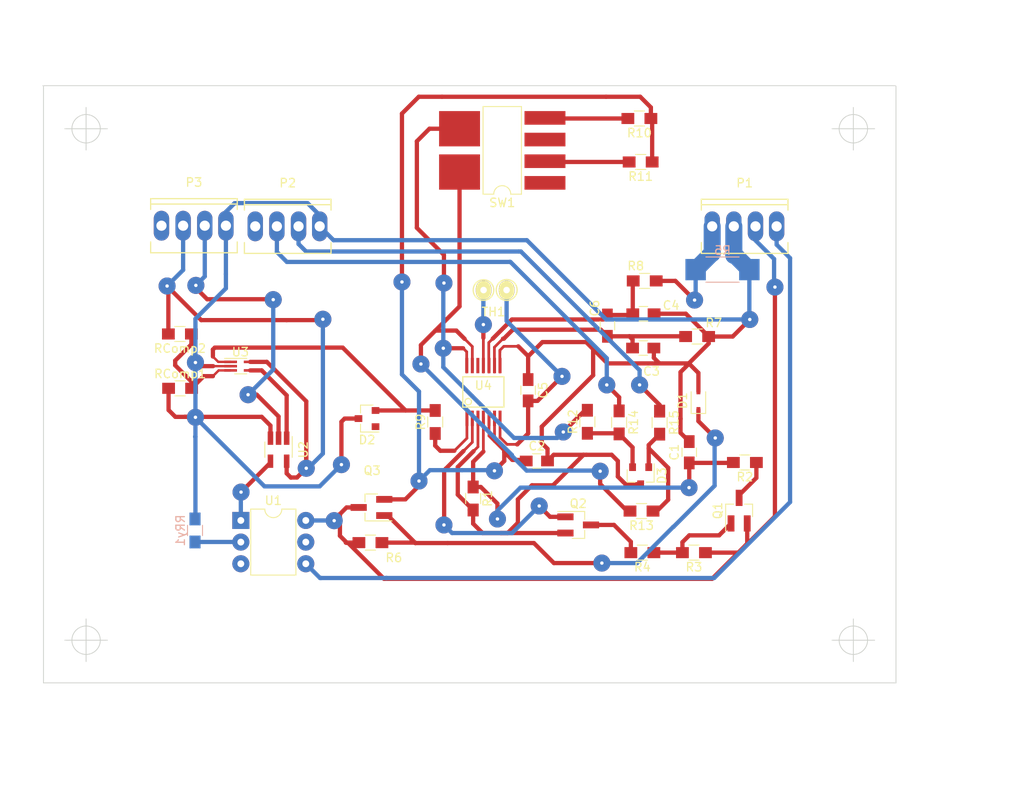
<source format=kicad_pcb>
(kicad_pcb (version 4) (host pcbnew 4.0.0-rc2-stable)

  (general
    (links 76)
    (no_connects 0)
    (area 99.874999 59.899999 200.050001 130.050001)
    (thickness 1.6)
    (drawings 17)
    (tracks 442)
    (zones 0)
    (modules 39)
    (nets 32)
  )

  (page A4)
  (layers
    (0 F.Cu signal)
    (31 B.Cu signal)
    (32 B.Adhes user hide)
    (33 F.Adhes user)
    (34 B.Paste user hide)
    (35 F.Paste user hide)
    (36 B.SilkS user)
    (37 F.SilkS user)
    (38 B.Mask user hide)
    (39 F.Mask user hide)
    (40 Dwgs.User user hide)
    (41 Cmts.User user hide)
    (42 Eco1.User user hide)
    (43 Eco2.User user hide)
    (44 Edge.Cuts user)
    (45 Margin user)
    (46 B.CrtYd user hide)
    (47 F.CrtYd user)
    (48 B.Fab user)
    (49 F.Fab user hide)
  )

  (setup
    (last_trace_width 0.5)
    (user_trace_width 0.28)
    (user_trace_width 0.32)
    (user_trace_width 2)
    (trace_clearance 0.2)
    (zone_clearance 0.508)
    (zone_45_only no)
    (trace_min 0.28)
    (segment_width 0.2)
    (edge_width 0.1)
    (via_size 2)
    (via_drill 0.4)
    (via_min_size 2)
    (via_min_drill 0.3)
    (uvia_size 0.3)
    (uvia_drill 0.1)
    (uvias_allowed no)
    (uvia_min_size 0.2)
    (uvia_min_drill 0.1)
    (pcb_text_width 0.3)
    (pcb_text_size 1.5 1.5)
    (mod_edge_width 0.15)
    (mod_text_size 1 1)
    (mod_text_width 0.15)
    (pad_size 1.5 1.5)
    (pad_drill 0.6)
    (pad_to_mask_clearance 0)
    (aux_axis_origin 0 0)
    (visible_elements 7FFFFFFF)
    (pcbplotparams
      (layerselection 0x00020_00000000)
      (usegerberextensions false)
      (excludeedgelayer false)
      (linewidth 0.100000)
      (plotframeref true)
      (viasonmask false)
      (mode 1)
      (useauxorigin false)
      (hpglpennumber 1)
      (hpglpenspeed 20)
      (hpglpendiameter 15)
      (hpglpenoverlay 2)
      (psnegative false)
      (psa4output false)
      (plotreference true)
      (plotvalue true)
      (plotinvisibletext false)
      (padsonsilk true)
      (subtractmaskfromsilk false)
      (outputformat 4)
      (mirror false)
      (drillshape 1)
      (scaleselection 1)
      (outputdirectory FabricationOutputs/))
  )

  (net 0 "")
  (net 1 "Net-(C1-Pad1)")
  (net 2 REG_IN)
  (net 3 "Net-(C3-Pad2)")
  (net 4 "Net-(C4-Pad2)")
  (net 5 REG_25)
  (net 6 "Net-(D1-Pad1)")
  (net 7 "Net-(D3-Pad1)")
  (net 8 "Net-(D3-Pad2)")
  (net 9 /BATT+)
  (net 10 /PACK-)
  (net 11 /SDA)
  (net 12 /SCL)
  (net 13 "Net-(Q1-Pad1)")
  (net 14 "Net-(Q1-Pad3)")
  (net 15 "Net-(Q2-Pad1)")
  (net 16 "Net-(Q2-Pad3)")
  (net 17 "Net-(TH1-Pad2)")
  (net 18 "Net-(R12-Pad2)")
  (net 19 "Net-(R13-Pad2)")
  (net 20 +5V)
  (net 21 "Net-(D2-Pad1)")
  (net 22 /PUSHBUTTON)
  (net 23 "Net-(P3-Pad3)")
  (net 24 "Net-(R9-Pad1)")
  (net 25 "Net-(RComp1-Pad2)")
  (net 26 "Net-(RRy1-Pad2)")
  (net 27 "Net-(U1-Pad1)")
  (net 28 "Net-(U2-Pad1)")
  (net 29 "Net-(R10-Pad2)")
  (net 30 "Net-(R11-Pad2)")
  (net 31 GNDREF)

  (net_class Default "Este es el tipo de red por defecto."
    (clearance 0.2)
    (trace_width 0.5)
    (via_dia 2)
    (via_drill 0.4)
    (uvia_dia 0.3)
    (uvia_drill 0.1)
    (add_net +5V)
    (add_net /BATT+)
    (add_net /PACK-)
    (add_net /PUSHBUTTON)
    (add_net /SCL)
    (add_net /SDA)
    (add_net GNDREF)
    (add_net "Net-(C1-Pad1)")
    (add_net "Net-(C3-Pad2)")
    (add_net "Net-(C4-Pad2)")
    (add_net "Net-(D1-Pad1)")
    (add_net "Net-(D2-Pad1)")
    (add_net "Net-(D3-Pad1)")
    (add_net "Net-(D3-Pad2)")
    (add_net "Net-(P3-Pad3)")
    (add_net "Net-(Q1-Pad1)")
    (add_net "Net-(Q1-Pad3)")
    (add_net "Net-(Q2-Pad1)")
    (add_net "Net-(Q2-Pad3)")
    (add_net "Net-(R10-Pad2)")
    (add_net "Net-(R11-Pad2)")
    (add_net "Net-(R12-Pad2)")
    (add_net "Net-(R13-Pad2)")
    (add_net "Net-(R9-Pad1)")
    (add_net "Net-(RComp1-Pad2)")
    (add_net "Net-(RRy1-Pad2)")
    (add_net "Net-(TH1-Pad2)")
    (add_net "Net-(U1-Pad1)")
    (add_net "Net-(U2-Pad1)")
    (add_net REG_25)
    (add_net REG_IN)
  )

  (module myfootprint:C_0805_HandSoldering (layer F.Cu) (tedit 58AA84A8) (tstamp 591964AA)
    (at 175.75 102.95 90)
    (descr "Capacitor SMD 0805, hand soldering")
    (tags "capacitor 0805")
    (path /5911D3BA)
    (attr smd)
    (fp_text reference C1 (at 0 -1.75 90) (layer F.SilkS)
      (effects (font (size 1 1) (thickness 0.15)))
    )
    (fp_text value 3300p (at 0 1.75 90) (layer F.Fab)
      (effects (font (size 1 1) (thickness 0.15)))
    )
    (fp_text user %R (at 0 -1.75 90) (layer F.Fab)
      (effects (font (size 1 1) (thickness 0.15)))
    )
    (fp_line (start -1 0.62) (end -1 -0.62) (layer F.Fab) (width 0.1))
    (fp_line (start 1 0.62) (end -1 0.62) (layer F.Fab) (width 0.1))
    (fp_line (start 1 -0.62) (end 1 0.62) (layer F.Fab) (width 0.1))
    (fp_line (start -1 -0.62) (end 1 -0.62) (layer F.Fab) (width 0.1))
    (fp_line (start 0.5 -0.85) (end -0.5 -0.85) (layer F.SilkS) (width 0.12))
    (fp_line (start -0.5 0.85) (end 0.5 0.85) (layer F.SilkS) (width 0.12))
    (fp_line (start -2.25 -0.88) (end 2.25 -0.88) (layer F.CrtYd) (width 0.05))
    (fp_line (start -2.25 -0.88) (end -2.25 0.87) (layer F.CrtYd) (width 0.05))
    (fp_line (start 2.25 0.87) (end 2.25 -0.88) (layer F.CrtYd) (width 0.05))
    (fp_line (start 2.25 0.87) (end -2.25 0.87) (layer F.CrtYd) (width 0.05))
    (pad 1 smd rect (at -1.25 0 90) (size 1.5 1.25) (layers F.Cu F.Paste F.Mask)
      (net 1 "Net-(C1-Pad1)"))
    (pad 2 smd rect (at 1.25 0 90) (size 1.5 1.25) (layers F.Cu F.Paste F.Mask)
      (net 31 GNDREF))
    (model ../../../../../../DATOS/UNIVERSIDAD/TFG/PCB/packages3D-master/packages3D-master/Capacitors_SMD.3dshapes/C_0805.wrl
      (at (xyz 0 0 0))
      (scale (xyz 1 1 1))
      (rotate (xyz 0 0 0))
    )
  )

  (module myfootprint:C_0805_HandSoldering (layer F.Cu) (tedit 58AA84A8) (tstamp 591964B0)
    (at 157.875 103.975)
    (descr "Capacitor SMD 0805, hand soldering")
    (tags "capacitor 0805")
    (path /5915136A)
    (attr smd)
    (fp_text reference C2 (at 0 -1.75) (layer F.SilkS)
      (effects (font (size 1 1) (thickness 0.15)))
    )
    (fp_text value 0.1u (at 0 1.75) (layer F.Fab)
      (effects (font (size 1 1) (thickness 0.15)))
    )
    (fp_text user %R (at 0 -1.75) (layer F.Fab)
      (effects (font (size 1 1) (thickness 0.15)))
    )
    (fp_line (start -1 0.62) (end -1 -0.62) (layer F.Fab) (width 0.1))
    (fp_line (start 1 0.62) (end -1 0.62) (layer F.Fab) (width 0.1))
    (fp_line (start 1 -0.62) (end 1 0.62) (layer F.Fab) (width 0.1))
    (fp_line (start -1 -0.62) (end 1 -0.62) (layer F.Fab) (width 0.1))
    (fp_line (start 0.5 -0.85) (end -0.5 -0.85) (layer F.SilkS) (width 0.12))
    (fp_line (start -0.5 0.85) (end 0.5 0.85) (layer F.SilkS) (width 0.12))
    (fp_line (start -2.25 -0.88) (end 2.25 -0.88) (layer F.CrtYd) (width 0.05))
    (fp_line (start -2.25 -0.88) (end -2.25 0.87) (layer F.CrtYd) (width 0.05))
    (fp_line (start 2.25 0.87) (end 2.25 -0.88) (layer F.CrtYd) (width 0.05))
    (fp_line (start 2.25 0.87) (end -2.25 0.87) (layer F.CrtYd) (width 0.05))
    (pad 1 smd rect (at -1.25 0) (size 1.5 1.25) (layers F.Cu F.Paste F.Mask)
      (net 2 REG_IN))
    (pad 2 smd rect (at 1.25 0) (size 1.5 1.25) (layers F.Cu F.Paste F.Mask)
      (net 31 GNDREF))
    (model ../../../../../../DATOS/UNIVERSIDAD/TFG/PCB/packages3D-master/packages3D-master/Capacitors_SMD.3dshapes/C_0805.wrl
      (at (xyz 0 0 0))
      (scale (xyz 1 1 1))
      (rotate (xyz 0 0 0))
    )
  )

  (module myfootprint:C_0805_HandSoldering (layer F.Cu) (tedit 59F83A4E) (tstamp 591964B6)
    (at 170.35 90.725 180)
    (descr "Capacitor SMD 0805, hand soldering")
    (tags "capacitor 0805")
    (path /5911D508)
    (attr smd)
    (fp_text reference C3 (at -0.975 -2.725 180) (layer F.SilkS)
      (effects (font (size 1 1) (thickness 0.15)))
    )
    (fp_text value 0.1u (at -3.575 -2.675 180) (layer F.Fab)
      (effects (font (size 1 1) (thickness 0.15)))
    )
    (fp_text user %R (at 0 -1.75 180) (layer F.Fab)
      (effects (font (size 1 1) (thickness 0.15)))
    )
    (fp_line (start -1 0.62) (end -1 -0.62) (layer F.Fab) (width 0.1))
    (fp_line (start 1 0.62) (end -1 0.62) (layer F.Fab) (width 0.1))
    (fp_line (start 1 -0.62) (end 1 0.62) (layer F.Fab) (width 0.1))
    (fp_line (start -1 -0.62) (end 1 -0.62) (layer F.Fab) (width 0.1))
    (fp_line (start 0.5 -0.85) (end -0.5 -0.85) (layer F.SilkS) (width 0.12))
    (fp_line (start -0.5 0.85) (end 0.5 0.85) (layer F.SilkS) (width 0.12))
    (fp_line (start -2.25 -0.88) (end 2.25 -0.88) (layer F.CrtYd) (width 0.05))
    (fp_line (start -2.25 -0.88) (end -2.25 0.87) (layer F.CrtYd) (width 0.05))
    (fp_line (start 2.25 0.87) (end 2.25 -0.88) (layer F.CrtYd) (width 0.05))
    (fp_line (start 2.25 0.87) (end -2.25 0.87) (layer F.CrtYd) (width 0.05))
    (pad 1 smd rect (at -1.25 0 180) (size 1.5 1.25) (layers F.Cu F.Paste F.Mask)
      (net 31 GNDREF))
    (pad 2 smd rect (at 1.25 0 180) (size 1.5 1.25) (layers F.Cu F.Paste F.Mask)
      (net 3 "Net-(C3-Pad2)"))
    (model ../../../../../../DATOS/UNIVERSIDAD/TFG/PCB/packages3D-master/packages3D-master/Capacitors_SMD.3dshapes/C_0805.wrl
      (at (xyz 0 0 0))
      (scale (xyz 1 1 1))
      (rotate (xyz 0 0 0))
    )
  )

  (module myfootprint:C_0805_HandSoldering (layer F.Cu) (tedit 59F83A37) (tstamp 591964BC)
    (at 170.375 86.7 180)
    (descr "Capacitor SMD 0805, hand soldering")
    (tags "capacitor 0805")
    (path /5911D57D)
    (attr smd)
    (fp_text reference C4 (at -3.25 0.975 180) (layer F.SilkS)
      (effects (font (size 1 1) (thickness 0.15)))
    )
    (fp_text value 0.1u (at -0.35 -1.625 180) (layer F.Fab)
      (effects (font (size 1 1) (thickness 0.15)))
    )
    (fp_text user %R (at 0 -1.75 180) (layer F.Fab)
      (effects (font (size 1 1) (thickness 0.15)))
    )
    (fp_line (start -1 0.62) (end -1 -0.62) (layer F.Fab) (width 0.1))
    (fp_line (start 1 0.62) (end -1 0.62) (layer F.Fab) (width 0.1))
    (fp_line (start 1 -0.62) (end 1 0.62) (layer F.Fab) (width 0.1))
    (fp_line (start -1 -0.62) (end 1 -0.62) (layer F.Fab) (width 0.1))
    (fp_line (start 0.5 -0.85) (end -0.5 -0.85) (layer F.SilkS) (width 0.12))
    (fp_line (start -0.5 0.85) (end 0.5 0.85) (layer F.SilkS) (width 0.12))
    (fp_line (start -2.25 -0.88) (end 2.25 -0.88) (layer F.CrtYd) (width 0.05))
    (fp_line (start -2.25 -0.88) (end -2.25 0.87) (layer F.CrtYd) (width 0.05))
    (fp_line (start 2.25 0.87) (end 2.25 -0.88) (layer F.CrtYd) (width 0.05))
    (fp_line (start 2.25 0.87) (end -2.25 0.87) (layer F.CrtYd) (width 0.05))
    (pad 1 smd rect (at -1.25 0 180) (size 1.5 1.25) (layers F.Cu F.Paste F.Mask)
      (net 31 GNDREF))
    (pad 2 smd rect (at 1.25 0 180) (size 1.5 1.25) (layers F.Cu F.Paste F.Mask)
      (net 4 "Net-(C4-Pad2)"))
    (model ../../../../../../DATOS/UNIVERSIDAD/TFG/PCB/packages3D-master/packages3D-master/Capacitors_SMD.3dshapes/C_0805.wrl
      (at (xyz 0 0 0))
      (scale (xyz 1 1 1))
      (rotate (xyz 0 0 0))
    )
  )

  (module myfootprint:C_0805_HandSoldering (layer F.Cu) (tedit 58AA84A8) (tstamp 591964C2)
    (at 156.85 95.675 270)
    (descr "Capacitor SMD 0805, hand soldering")
    (tags "capacitor 0805")
    (path /5911D5D5)
    (attr smd)
    (fp_text reference C5 (at 0 -1.75 270) (layer F.SilkS)
      (effects (font (size 1 1) (thickness 0.15)))
    )
    (fp_text value 1u (at 0 1.75 270) (layer F.Fab)
      (effects (font (size 1 1) (thickness 0.15)))
    )
    (fp_text user %R (at 0 -1.75 270) (layer F.Fab)
      (effects (font (size 1 1) (thickness 0.15)))
    )
    (fp_line (start -1 0.62) (end -1 -0.62) (layer F.Fab) (width 0.1))
    (fp_line (start 1 0.62) (end -1 0.62) (layer F.Fab) (width 0.1))
    (fp_line (start 1 -0.62) (end 1 0.62) (layer F.Fab) (width 0.1))
    (fp_line (start -1 -0.62) (end 1 -0.62) (layer F.Fab) (width 0.1))
    (fp_line (start 0.5 -0.85) (end -0.5 -0.85) (layer F.SilkS) (width 0.12))
    (fp_line (start -0.5 0.85) (end 0.5 0.85) (layer F.SilkS) (width 0.12))
    (fp_line (start -2.25 -0.88) (end 2.25 -0.88) (layer F.CrtYd) (width 0.05))
    (fp_line (start -2.25 -0.88) (end -2.25 0.87) (layer F.CrtYd) (width 0.05))
    (fp_line (start 2.25 0.87) (end 2.25 -0.88) (layer F.CrtYd) (width 0.05))
    (fp_line (start 2.25 0.87) (end -2.25 0.87) (layer F.CrtYd) (width 0.05))
    (pad 1 smd rect (at -1.25 0 270) (size 1.5 1.25) (layers F.Cu F.Paste F.Mask)
      (net 31 GNDREF))
    (pad 2 smd rect (at 1.25 0 270) (size 1.5 1.25) (layers F.Cu F.Paste F.Mask)
      (net 5 REG_25))
    (model ../../../../../../DATOS/UNIVERSIDAD/TFG/PCB/packages3D-master/packages3D-master/Capacitors_SMD.3dshapes/C_0805.wrl
      (at (xyz 0 0 0))
      (scale (xyz 1 1 1))
      (rotate (xyz 0 0 0))
    )
  )

  (module myfootprint:C_0805_HandSoldering (layer F.Cu) (tedit 59F83A5B) (tstamp 591964C8)
    (at 166.15 88.1 90)
    (descr "Capacitor SMD 0805, hand soldering")
    (tags "capacitor 0805")
    (path /5911D4A4)
    (attr smd)
    (fp_text reference C6 (at 2.05 -1.475 90) (layer F.SilkS)
      (effects (font (size 1 1) (thickness 0.15)))
    )
    (fp_text value 0.1u (at 3.625 -0.05 180) (layer F.Fab)
      (effects (font (size 1 1) (thickness 0.15)))
    )
    (fp_text user %R (at 0 -1.75 90) (layer F.Fab)
      (effects (font (size 1 1) (thickness 0.15)))
    )
    (fp_line (start -1 0.62) (end -1 -0.62) (layer F.Fab) (width 0.1))
    (fp_line (start 1 0.62) (end -1 0.62) (layer F.Fab) (width 0.1))
    (fp_line (start 1 -0.62) (end 1 0.62) (layer F.Fab) (width 0.1))
    (fp_line (start -1 -0.62) (end 1 -0.62) (layer F.Fab) (width 0.1))
    (fp_line (start 0.5 -0.85) (end -0.5 -0.85) (layer F.SilkS) (width 0.12))
    (fp_line (start -0.5 0.85) (end 0.5 0.85) (layer F.SilkS) (width 0.12))
    (fp_line (start -2.25 -0.88) (end 2.25 -0.88) (layer F.CrtYd) (width 0.05))
    (fp_line (start -2.25 -0.88) (end -2.25 0.87) (layer F.CrtYd) (width 0.05))
    (fp_line (start 2.25 0.87) (end 2.25 -0.88) (layer F.CrtYd) (width 0.05))
    (fp_line (start 2.25 0.87) (end -2.25 0.87) (layer F.CrtYd) (width 0.05))
    (pad 1 smd rect (at -1.25 0 90) (size 1.5 1.25) (layers F.Cu F.Paste F.Mask)
      (net 3 "Net-(C3-Pad2)"))
    (pad 2 smd rect (at 1.25 0 90) (size 1.5 1.25) (layers F.Cu F.Paste F.Mask)
      (net 4 "Net-(C4-Pad2)"))
    (model ../../../../../../DATOS/UNIVERSIDAD/TFG/PCB/packages3D-master/packages3D-master/Capacitors_SMD.3dshapes/C_0805.wrl
      (at (xyz 0 0 0))
      (scale (xyz 1 1 1))
      (rotate (xyz 0 0 0))
    )
  )

  (module myfootprint:SOD-323 (layer F.Cu) (tedit 58641739) (tstamp 591964CE)
    (at 176.825 96.9 90)
    (descr SOD-323)
    (tags SOD-323)
    (path /591512DF)
    (attr smd)
    (fp_text reference D1 (at 0 -1.85 90) (layer F.SilkS)
      (effects (font (size 1 1) (thickness 0.15)))
    )
    (fp_text value BZT52C5V65-7 (at 0.1 1.9 90) (layer F.Fab)
      (effects (font (size 1 1) (thickness 0.15)))
    )
    (fp_text user %R (at 0 -1.85 90) (layer F.Fab)
      (effects (font (size 1 1) (thickness 0.15)))
    )
    (fp_line (start -1.5 -0.85) (end -1.5 0.85) (layer F.SilkS) (width 0.12))
    (fp_line (start 0.2 0) (end 0.45 0) (layer F.Fab) (width 0.1))
    (fp_line (start 0.2 0.35) (end -0.3 0) (layer F.Fab) (width 0.1))
    (fp_line (start 0.2 -0.35) (end 0.2 0.35) (layer F.Fab) (width 0.1))
    (fp_line (start -0.3 0) (end 0.2 -0.35) (layer F.Fab) (width 0.1))
    (fp_line (start -0.3 0) (end -0.5 0) (layer F.Fab) (width 0.1))
    (fp_line (start -0.3 -0.35) (end -0.3 0.35) (layer F.Fab) (width 0.1))
    (fp_line (start -0.9 0.7) (end -0.9 -0.7) (layer F.Fab) (width 0.1))
    (fp_line (start 0.9 0.7) (end -0.9 0.7) (layer F.Fab) (width 0.1))
    (fp_line (start 0.9 -0.7) (end 0.9 0.7) (layer F.Fab) (width 0.1))
    (fp_line (start -0.9 -0.7) (end 0.9 -0.7) (layer F.Fab) (width 0.1))
    (fp_line (start -1.6 -0.95) (end 1.6 -0.95) (layer F.CrtYd) (width 0.05))
    (fp_line (start 1.6 -0.95) (end 1.6 0.95) (layer F.CrtYd) (width 0.05))
    (fp_line (start -1.6 0.95) (end 1.6 0.95) (layer F.CrtYd) (width 0.05))
    (fp_line (start -1.6 -0.95) (end -1.6 0.95) (layer F.CrtYd) (width 0.05))
    (fp_line (start -1.5 0.85) (end 1.05 0.85) (layer F.SilkS) (width 0.12))
    (fp_line (start -1.5 -0.85) (end 1.05 -0.85) (layer F.SilkS) (width 0.12))
    (pad 1 smd rect (at -1.05 0 90) (size 0.6 0.45) (layers F.Cu F.Paste F.Mask)
      (net 6 "Net-(D1-Pad1)"))
    (pad 2 smd rect (at 1.05 0 90) (size 0.6 0.45) (layers F.Cu F.Paste F.Mask)
      (net 31 GNDREF))
    (model ../../../../../../DATOS/UNIVERSIDAD/TFG/PCB/packages3D-master/packages3D-master/Diodes_SMD.3dshapes/D_SOD-323.wrl
      (at (xyz 0 0 0))
      (scale (xyz 1 1 1))
      (rotate (xyz 0 0 0))
    )
  )

  (module myfootprint:BSS84-SOT-23_Handsoldering (layer F.Cu) (tedit 59152270) (tstamp 591964F9)
    (at 181.6 109.8 90)
    (descr "SOT-23, Handsoldering")
    (tags SOT-23)
    (path /5911E733)
    (attr smd)
    (fp_text reference Q1 (at 0 -2.5 90) (layer F.SilkS)
      (effects (font (size 1 1) (thickness 0.15)))
    )
    (fp_text value BSS84 (at 0 2.5 90) (layer F.Fab)
      (effects (font (size 1 1) (thickness 0.15)))
    )
    (fp_text user s (at -4.1 1.1 90) (layer F.Fab)
      (effects (font (size 1 1) (thickness 0.15)))
    )
    (fp_text user g (at -4.1 -1.2 90) (layer F.Fab)
      (effects (font (size 1 1) (thickness 0.15)))
    )
    (fp_text user d (at 3.9 -0.1 90) (layer F.Fab)
      (effects (font (size 1 1) (thickness 0.15)))
    )
    (fp_line (start 0.76 1.58) (end 0.76 0.65) (layer F.SilkS) (width 0.12))
    (fp_line (start 0.76 -1.58) (end 0.76 -0.65) (layer F.SilkS) (width 0.12))
    (fp_line (start -2.7 -1.75) (end 2.7 -1.75) (layer F.CrtYd) (width 0.05))
    (fp_line (start 2.7 -1.75) (end 2.7 1.75) (layer F.CrtYd) (width 0.05))
    (fp_line (start 2.7 1.75) (end -2.7 1.75) (layer F.CrtYd) (width 0.05))
    (fp_line (start -2.7 1.75) (end -2.7 -1.75) (layer F.CrtYd) (width 0.05))
    (fp_line (start 0.76 -1.58) (end -2.4 -1.58) (layer F.SilkS) (width 0.12))
    (fp_line (start -0.7 -0.95) (end -0.7 1.5) (layer F.Fab) (width 0.1))
    (fp_line (start -0.15 -1.52) (end 0.7 -1.52) (layer F.Fab) (width 0.1))
    (fp_line (start -0.7 -0.95) (end -0.15 -1.52) (layer F.Fab) (width 0.1))
    (fp_line (start 0.7 -1.52) (end 0.7 1.52) (layer F.Fab) (width 0.1))
    (fp_line (start -0.7 1.52) (end 0.7 1.52) (layer F.Fab) (width 0.1))
    (fp_line (start 0.76 1.58) (end -0.7 1.58) (layer F.SilkS) (width 0.12))
    (pad 1 smd rect (at -1.5 -0.95 90) (size 1.9 0.8) (layers F.Cu F.Paste F.Mask)
      (net 13 "Net-(Q1-Pad1)"))
    (pad 2 smd rect (at -1.5 0.95 90) (size 1.9 0.8) (layers F.Cu F.Paste F.Mask)
      (net 9 /BATT+))
    (pad 3 smd rect (at 1.5 0 90) (size 1.9 0.8) (layers F.Cu F.Paste F.Mask)
      (net 14 "Net-(Q1-Pad3)"))
    (model ../../../../../../DATOS/UNIVERSIDAD/TFG/PCB/packages3D-master/packages3D-master/TO_SOT_Packages_SMD.3dshapes/SOT-23.wrl
      (at (xyz 0 0 0))
      (scale (xyz 1 1 1))
      (rotate (xyz 0 0 0))
    )
  )

  (module myfootprint:BSS138-SOT-23_Handsoldering (layer F.Cu) (tedit 591522E8) (tstamp 59196500)
    (at 162.725 111.475)
    (descr "SOT-23, Handsoldering")
    (tags SOT-23)
    (path /59150B8E)
    (attr smd)
    (fp_text reference Q2 (at 0 -2.5) (layer F.SilkS)
      (effects (font (size 1 1) (thickness 0.15)))
    )
    (fp_text value BSS138 (at 0 2.5) (layer F.Fab)
      (effects (font (size 1 1) (thickness 0.15)))
    )
    (fp_text user s (at -4.1 1.1) (layer F.Fab)
      (effects (font (size 1 1) (thickness 0.15)))
    )
    (fp_text user g (at -4.1 -1.2) (layer F.Fab)
      (effects (font (size 1 1) (thickness 0.15)))
    )
    (fp_text user d (at 3.9 -0.1) (layer F.Fab)
      (effects (font (size 1 1) (thickness 0.15)))
    )
    (fp_line (start 0.76 1.58) (end 0.76 0.65) (layer F.SilkS) (width 0.12))
    (fp_line (start 0.76 -1.58) (end 0.76 -0.65) (layer F.SilkS) (width 0.12))
    (fp_line (start -2.7 -1.75) (end 2.7 -1.75) (layer F.CrtYd) (width 0.05))
    (fp_line (start 2.7 -1.75) (end 2.7 1.75) (layer F.CrtYd) (width 0.05))
    (fp_line (start 2.7 1.75) (end -2.7 1.75) (layer F.CrtYd) (width 0.05))
    (fp_line (start -2.7 1.75) (end -2.7 -1.75) (layer F.CrtYd) (width 0.05))
    (fp_line (start 0.76 -1.58) (end -2.4 -1.58) (layer F.SilkS) (width 0.12))
    (fp_line (start -0.7 -0.95) (end -0.7 1.5) (layer F.Fab) (width 0.1))
    (fp_line (start -0.15 -1.52) (end 0.7 -1.52) (layer F.Fab) (width 0.1))
    (fp_line (start -0.7 -0.95) (end -0.15 -1.52) (layer F.Fab) (width 0.1))
    (fp_line (start 0.7 -1.52) (end 0.7 1.52) (layer F.Fab) (width 0.1))
    (fp_line (start -0.7 1.52) (end 0.7 1.52) (layer F.Fab) (width 0.1))
    (fp_line (start 0.76 1.58) (end -0.7 1.58) (layer F.SilkS) (width 0.12))
    (pad 1 smd rect (at -1.5 -0.95) (size 1.9 0.8) (layers F.Cu F.Paste F.Mask)
      (net 15 "Net-(Q2-Pad1)"))
    (pad 2 smd rect (at -1.5 0.95) (size 1.9 0.8) (layers F.Cu F.Paste F.Mask)
      (net 31 GNDREF))
    (pad 3 smd rect (at 1.5 0) (size 1.9 0.8) (layers F.Cu F.Paste F.Mask)
      (net 16 "Net-(Q2-Pad3)"))
    (model ${KISYS3DMOD}/TO_SOT_Packages_SMD.3dshapes\SOT-23.wrl
      (at (xyz 0 0 0))
      (scale (xyz 1 1 1))
      (rotate (xyz 0 0 0))
    )
    (model ../../../../../../DATOS/UNIVERSIDAD/TFG/PCB/packages3D-master/packages3D-master/TO_SOT_Packages_SMD.3dshapes/SOT-23.wrl
      (at (xyz 0 0 0))
      (scale (xyz 1 1 1))
      (rotate (xyz 0 0 0))
    )
  )

  (module myfootprint:SOT-23_Handsoldering (layer F.Cu) (tedit 59F844BF) (tstamp 59196507)
    (at 138.475 109.425 180)
    (descr "SOT-23, Handsoldering")
    (tags SOT-23)
    (path /5915105A)
    (attr smd)
    (fp_text reference Q3 (at -0.075 4.325 180) (layer F.SilkS)
      (effects (font (size 1 1) (thickness 0.15)))
    )
    (fp_text value 2N7002 (at 0 2.5 180) (layer F.Fab)
      (effects (font (size 1 1) (thickness 0.15)))
    )
    (fp_text user s (at -4.1 1.1 180) (layer F.Fab)
      (effects (font (size 1 1) (thickness 0.15)))
    )
    (fp_text user g (at -4.1 -1.2 180) (layer F.Fab)
      (effects (font (size 1 1) (thickness 0.15)))
    )
    (fp_text user d (at 3.9 -0.1 180) (layer F.Fab)
      (effects (font (size 1 1) (thickness 0.15)))
    )
    (fp_line (start 0.76 1.58) (end 0.76 0.65) (layer F.SilkS) (width 0.12))
    (fp_line (start 0.76 -1.58) (end 0.76 -0.65) (layer F.SilkS) (width 0.12))
    (fp_line (start -2.7 -1.75) (end 2.7 -1.75) (layer F.CrtYd) (width 0.05))
    (fp_line (start 2.7 -1.75) (end 2.7 1.75) (layer F.CrtYd) (width 0.05))
    (fp_line (start 2.7 1.75) (end -2.7 1.75) (layer F.CrtYd) (width 0.05))
    (fp_line (start -2.7 1.75) (end -2.7 -1.75) (layer F.CrtYd) (width 0.05))
    (fp_line (start 0.76 -1.58) (end -2.4 -1.58) (layer F.SilkS) (width 0.12))
    (fp_line (start -0.7 -0.95) (end -0.7 1.5) (layer F.Fab) (width 0.1))
    (fp_line (start -0.15 -1.52) (end 0.7 -1.52) (layer F.Fab) (width 0.1))
    (fp_line (start -0.7 -0.95) (end -0.15 -1.52) (layer F.Fab) (width 0.1))
    (fp_line (start 0.7 -1.52) (end 0.7 1.52) (layer F.Fab) (width 0.1))
    (fp_line (start -0.7 1.52) (end 0.7 1.52) (layer F.Fab) (width 0.1))
    (fp_line (start 0.76 1.58) (end -0.7 1.58) (layer F.SilkS) (width 0.12))
    (pad 1 smd rect (at -1.5 -0.95 180) (size 1.9 0.8) (layers F.Cu F.Paste F.Mask)
      (net 6 "Net-(D1-Pad1)"))
    (pad 2 smd rect (at -1.5 0.95 180) (size 1.9 0.8) (layers F.Cu F.Paste F.Mask)
      (net 2 REG_IN))
    (pad 3 smd rect (at 1.5 0 180) (size 1.9 0.8) (layers F.Cu F.Paste F.Mask)
      (net 9 /BATT+))
    (model ../../../../../../DATOS/UNIVERSIDAD/TFG/PCB/packages3D-master/packages3D-master/TO_SOT_Packages_SMD.3dshapes/SOT-23.wrl
      (at (xyz 0 0 0))
      (scale (xyz 1 1 1))
      (rotate (xyz 0 0 0))
    )
  )

  (module myfootprint:Thermistor (layer F.Cu) (tedit 591AC786) (tstamp 591ACB64)
    (at 154.325 83.925 180)
    (descr "Resistor, Axial_DIN0204 series, Axial, Vertical, pin pitch=1.9mm, 0.16666666666666666W = 1/6W, length*diameter=3.6*1.6mm^2, http://cdn-reichelt.de/documents/datenblatt/B400/1_4W%23YAG.pdf")
    (tags "Resistor Axial_DIN0204 series Axial Vertical pin pitch 1.9mm 0.16666666666666666W = 1/6W length 3.6mm diameter 1.6mm")
    (path /59163373)
    (fp_text reference TH1 (at 1.55 -2.56 180) (layer F.SilkS)
      (effects (font (size 1 1) (thickness 0.15)))
    )
    (fp_text value 10K (at 0.65 3.26 180) (layer F.Fab)
      (effects (font (size 1 1) (thickness 0.15)))
    )
    (fp_circle (center -0.01 0.01) (end 1.05 -0.61) (layer F.SilkS) (width 0.15))
    (fp_circle (center 2.71 0) (end 3.43 -0.97) (layer F.SilkS) (width 0.15))
    (fp_circle (center 2.7 0) (end 3.4 -0.91) (layer F.Fab) (width 0.15))
    (fp_circle (center 0 0) (end 0.35 -1.1) (layer F.Fab) (width 0.15))
    (fp_line (start -1.8 -1.6) (end 4.5 -1.6) (layer F.CrtYd) (width 0.15))
    (fp_line (start 4.5 -1.6) (end 4.4 1.7) (layer F.CrtYd) (width 0.15))
    (fp_line (start 4.4 1.7) (end -1.8 1.7) (layer F.CrtYd) (width 0.15))
    (fp_line (start -1.8 1.7) (end -1.8 -1.6) (layer F.CrtYd) (width 0.15))
    (fp_line (start 0 0) (end 2.7 0) (layer F.Fab) (width 0.15))
    (fp_line (start 0.86 0) (end 0.9 0) (layer F.SilkS) (width 0.12))
    (pad 2 thru_hole oval (at 2.7 0 180) (size 1.8 2.2) (drill 0.762) (layers *.Cu *.Mask F.SilkS)
      (net 17 "Net-(TH1-Pad2)"))
    (pad 1 thru_hole oval (at 0 0 180) (size 1.8 2.2) (drill 0.762) (layers *.Cu *.Mask F.SilkS)
      (net 5 REG_25))
  )

  (module myfootprint:D_SOT-23_NKA (layer F.Cu) (tedit 591ACB69) (tstamp 591AD3E0)
    (at 170.05 105.7 270)
    (descr "SOT-23, Single Diode")
    (tags SOT-23)
    (path /5915CB10)
    (attr smd)
    (fp_text reference D3 (at 0 -2.5 270) (layer F.SilkS)
      (effects (font (size 1 1) (thickness 0.15)))
    )
    (fp_text value AZ23C5V6-7 (at 0 2.5 270) (layer F.Fab)
      (effects (font (size 1 1) (thickness 0.15)))
    )
    (fp_line (start -0.13 -0.49) (end -0.13 -0.89) (layer F.Fab) (width 0.1))
    (fp_line (start -0.13 -0.69) (end -0.38 -0.69) (layer F.Fab) (width 0.1))
    (fp_line (start -0.13 -0.69) (end 0.17 -0.49) (layer F.Fab) (width 0.1))
    (fp_line (start 0.17 -0.49) (end 0.17 -0.89) (layer F.Fab) (width 0.1))
    (fp_line (start 0.17 -0.89) (end -0.13 -0.69) (layer F.Fab) (width 0.1))
    (fp_line (start 0.17 -0.69) (end 0.42 -0.69) (layer F.Fab) (width 0.1))
    (fp_text user %R (at 0 -2.5 270) (layer F.Fab)
      (effects (font (size 1 1) (thickness 0.15)))
    )
    (fp_line (start 0.15 0.45) (end 0.4 0.45) (layer F.Fab) (width 0.1))
    (fp_line (start 0.15 0.25) (end -0.15 0.45) (layer F.Fab) (width 0.1))
    (fp_line (start 0.15 0.65) (end 0.15 0.25) (layer F.Fab) (width 0.1))
    (fp_line (start -0.15 0.45) (end 0.15 0.65) (layer F.Fab) (width 0.1))
    (fp_line (start -0.15 0.45) (end -0.4 0.45) (layer F.Fab) (width 0.1))
    (fp_line (start -0.15 0.65) (end -0.15 0.25) (layer F.Fab) (width 0.1))
    (fp_line (start 0.76 1.58) (end 0.76 0.65) (layer F.SilkS) (width 0.12))
    (fp_line (start 0.76 -1.58) (end 0.76 -0.65) (layer F.SilkS) (width 0.12))
    (fp_line (start 0.7 -1.52) (end 0.7 1.52) (layer F.Fab) (width 0.1))
    (fp_line (start -0.7 1.52) (end 0.7 1.52) (layer F.Fab) (width 0.1))
    (fp_line (start -1.7 -1.75) (end 1.7 -1.75) (layer F.CrtYd) (width 0.05))
    (fp_line (start 1.7 -1.75) (end 1.7 1.75) (layer F.CrtYd) (width 0.05))
    (fp_line (start 1.7 1.75) (end -1.7 1.75) (layer F.CrtYd) (width 0.05))
    (fp_line (start -1.7 1.75) (end -1.7 -1.75) (layer F.CrtYd) (width 0.05))
    (fp_line (start 0.76 -1.58) (end -1.4 -1.58) (layer F.SilkS) (width 0.12))
    (fp_line (start -0.7 -1.52) (end 0.7 -1.52) (layer F.Fab) (width 0.1))
    (fp_line (start -0.7 -1.52) (end -0.7 1.52) (layer F.Fab) (width 0.1))
    (fp_line (start 0.76 1.58) (end -0.7 1.58) (layer F.SilkS) (width 0.12))
    (pad 2 smd rect (at -1 -0.95 270) (size 0.9 0.8) (layers F.Cu F.Paste F.Mask)
      (net 8 "Net-(D3-Pad2)"))
    (pad 1 smd rect (at -1 0.95 270) (size 0.9 0.8) (layers F.Cu F.Paste F.Mask)
      (net 7 "Net-(D3-Pad1)"))
    (pad 3 smd rect (at 1 0 270) (size 0.9 0.8) (layers F.Cu F.Paste F.Mask)
      (net 31 GNDREF))
    (model ../../../../../../DATOS/UNIVERSIDAD/TFG/PCB/packages3D-master/packages3D-master/Diodes_SMD.3dshapes/D_SOT-23.wrl
      (at (xyz 0 0 0))
      (scale (xyz 1 1 1))
      (rotate (xyz 0 0 0))
    )
  )

  (module myfootprint:R_0805_My_HandSoldering (layer F.Cu) (tedit 58E0A804) (tstamp 596195AF)
    (at 150.4 108.375 270)
    (descr "Resistor SMD 0805, hand soldering")
    (tags "resistor 0805")
    (path /5911CD4E)
    (attr smd)
    (fp_text reference R1 (at 0 -1.7 270) (layer F.SilkS)
      (effects (font (size 1 1) (thickness 0.15)))
    )
    (fp_text value 16.5k (at 0 1.75 270) (layer F.Fab)
      (effects (font (size 1 1) (thickness 0.15)))
    )
    (fp_text user %R (at 0 0 270) (layer F.Fab)
      (effects (font (size 0.5 0.5) (thickness 0.075)))
    )
    (fp_line (start -1 0.62) (end -1 -0.62) (layer F.Fab) (width 0.1))
    (fp_line (start 1 0.62) (end -1 0.62) (layer F.Fab) (width 0.1))
    (fp_line (start 1 -0.62) (end 1 0.62) (layer F.Fab) (width 0.1))
    (fp_line (start -1 -0.62) (end 1 -0.62) (layer F.Fab) (width 0.1))
    (fp_line (start 0.6 0.88) (end -0.6 0.88) (layer F.SilkS) (width 0.12))
    (fp_line (start -0.6 -0.88) (end 0.6 -0.88) (layer F.SilkS) (width 0.12))
    (fp_line (start -2.35 -0.9) (end 2.35 -0.9) (layer F.CrtYd) (width 0.05))
    (fp_line (start -2.35 -0.9) (end -2.35 0.9) (layer F.CrtYd) (width 0.05))
    (fp_line (start 2.35 0.9) (end 2.35 -0.9) (layer F.CrtYd) (width 0.05))
    (fp_line (start 2.35 0.9) (end -2.35 0.9) (layer F.CrtYd) (width 0.05))
    (pad 1 smd rect (at -1.35 0 270) (size 1.5 1.3) (layers F.Cu F.Paste F.Mask)
      (net 1 "Net-(C1-Pad1)"))
    (pad 2 smd rect (at 1.35 0 270) (size 1.5 1.3) (layers F.Cu F.Paste F.Mask)
      (net 31 GNDREF))
    (model ../../../../../../DATOS/UNIVERSIDAD/TFG/PCB/myfootprint.pretty/R_0805.wrl
      (at (xyz 0 0 0))
      (scale (xyz 1 1 1))
      (rotate (xyz 0 0 0))
    )
  )

  (module myfootprint:R_0805_My_HandSoldering (layer F.Cu) (tedit 58E0A804) (tstamp 596195BF)
    (at 182.275 104.15 180)
    (descr "Resistor SMD 0805, hand soldering")
    (tags "resistor 0805")
    (path /5911CDD9)
    (attr smd)
    (fp_text reference R2 (at 0 -1.7 180) (layer F.SilkS)
      (effects (font (size 1 1) (thickness 0.15)))
    )
    (fp_text value Customizable (at 0 1.75 180) (layer F.Fab)
      (effects (font (size 1 1) (thickness 0.15)))
    )
    (fp_text user %R (at 0 0 180) (layer F.Fab)
      (effects (font (size 0.5 0.5) (thickness 0.075)))
    )
    (fp_line (start -1 0.62) (end -1 -0.62) (layer F.Fab) (width 0.1))
    (fp_line (start 1 0.62) (end -1 0.62) (layer F.Fab) (width 0.1))
    (fp_line (start 1 -0.62) (end 1 0.62) (layer F.Fab) (width 0.1))
    (fp_line (start -1 -0.62) (end 1 -0.62) (layer F.Fab) (width 0.1))
    (fp_line (start 0.6 0.88) (end -0.6 0.88) (layer F.SilkS) (width 0.12))
    (fp_line (start -0.6 -0.88) (end 0.6 -0.88) (layer F.SilkS) (width 0.12))
    (fp_line (start -2.35 -0.9) (end 2.35 -0.9) (layer F.CrtYd) (width 0.05))
    (fp_line (start -2.35 -0.9) (end -2.35 0.9) (layer F.CrtYd) (width 0.05))
    (fp_line (start 2.35 0.9) (end 2.35 -0.9) (layer F.CrtYd) (width 0.05))
    (fp_line (start 2.35 0.9) (end -2.35 0.9) (layer F.CrtYd) (width 0.05))
    (pad 1 smd rect (at -1.35 0 180) (size 1.5 1.3) (layers F.Cu F.Paste F.Mask)
      (net 14 "Net-(Q1-Pad3)"))
    (pad 2 smd rect (at 1.35 0 180) (size 1.5 1.3) (layers F.Cu F.Paste F.Mask)
      (net 1 "Net-(C1-Pad1)"))
    (model ../../../../../../DATOS/UNIVERSIDAD/TFG/PCB/myfootprint.pretty/R_0805.wrl
      (at (xyz 0 0 0))
      (scale (xyz 1 1 1))
      (rotate (xyz 0 0 0))
    )
  )

  (module myfootprint:R_0805_My_HandSoldering (layer F.Cu) (tedit 58E0A804) (tstamp 596195CF)
    (at 176.3 114.725 180)
    (descr "Resistor SMD 0805, hand soldering")
    (tags "resistor 0805")
    (path /5911CEF2)
    (attr smd)
    (fp_text reference R3 (at 0 -1.7 180) (layer F.SilkS)
      (effects (font (size 1 1) (thickness 0.15)))
    )
    (fp_text value 100k (at 0 1.75 180) (layer F.Fab)
      (effects (font (size 1 1) (thickness 0.15)))
    )
    (fp_text user %R (at 0 0 180) (layer F.Fab)
      (effects (font (size 0.5 0.5) (thickness 0.075)))
    )
    (fp_line (start -1 0.62) (end -1 -0.62) (layer F.Fab) (width 0.1))
    (fp_line (start 1 0.62) (end -1 0.62) (layer F.Fab) (width 0.1))
    (fp_line (start 1 -0.62) (end 1 0.62) (layer F.Fab) (width 0.1))
    (fp_line (start -1 -0.62) (end 1 -0.62) (layer F.Fab) (width 0.1))
    (fp_line (start 0.6 0.88) (end -0.6 0.88) (layer F.SilkS) (width 0.12))
    (fp_line (start -0.6 -0.88) (end 0.6 -0.88) (layer F.SilkS) (width 0.12))
    (fp_line (start -2.35 -0.9) (end 2.35 -0.9) (layer F.CrtYd) (width 0.05))
    (fp_line (start -2.35 -0.9) (end -2.35 0.9) (layer F.CrtYd) (width 0.05))
    (fp_line (start 2.35 0.9) (end 2.35 -0.9) (layer F.CrtYd) (width 0.05))
    (fp_line (start 2.35 0.9) (end -2.35 0.9) (layer F.CrtYd) (width 0.05))
    (pad 1 smd rect (at -1.35 0 180) (size 1.5 1.3) (layers F.Cu F.Paste F.Mask)
      (net 9 /BATT+))
    (pad 2 smd rect (at 1.35 0 180) (size 1.5 1.3) (layers F.Cu F.Paste F.Mask)
      (net 13 "Net-(Q1-Pad1)"))
    (model ../../../../../../DATOS/UNIVERSIDAD/TFG/PCB/myfootprint.pretty/R_0805.wrl
      (at (xyz 0 0 0))
      (scale (xyz 1 1 1))
      (rotate (xyz 0 0 0))
    )
  )

  (module myfootprint:R_0805_My_HandSoldering (layer F.Cu) (tedit 58E0A804) (tstamp 596195DF)
    (at 170.25 114.725 180)
    (descr "Resistor SMD 0805, hand soldering")
    (tags "resistor 0805")
    (path /5911CF32)
    (attr smd)
    (fp_text reference R4 (at 0 -1.7 180) (layer F.SilkS)
      (effects (font (size 1 1) (thickness 0.15)))
    )
    (fp_text value 165k (at 0 1.75 180) (layer F.Fab)
      (effects (font (size 1 1) (thickness 0.15)))
    )
    (fp_text user %R (at 0 0 180) (layer F.Fab)
      (effects (font (size 0.5 0.5) (thickness 0.075)))
    )
    (fp_line (start -1 0.62) (end -1 -0.62) (layer F.Fab) (width 0.1))
    (fp_line (start 1 0.62) (end -1 0.62) (layer F.Fab) (width 0.1))
    (fp_line (start 1 -0.62) (end 1 0.62) (layer F.Fab) (width 0.1))
    (fp_line (start -1 -0.62) (end 1 -0.62) (layer F.Fab) (width 0.1))
    (fp_line (start 0.6 0.88) (end -0.6 0.88) (layer F.SilkS) (width 0.12))
    (fp_line (start -0.6 -0.88) (end 0.6 -0.88) (layer F.SilkS) (width 0.12))
    (fp_line (start -2.35 -0.9) (end 2.35 -0.9) (layer F.CrtYd) (width 0.05))
    (fp_line (start -2.35 -0.9) (end -2.35 0.9) (layer F.CrtYd) (width 0.05))
    (fp_line (start 2.35 0.9) (end 2.35 -0.9) (layer F.CrtYd) (width 0.05))
    (fp_line (start 2.35 0.9) (end -2.35 0.9) (layer F.CrtYd) (width 0.05))
    (pad 1 smd rect (at -1.35 0 180) (size 1.5 1.3) (layers F.Cu F.Paste F.Mask)
      (net 13 "Net-(Q1-Pad1)"))
    (pad 2 smd rect (at 1.35 0 180) (size 1.5 1.3) (layers F.Cu F.Paste F.Mask)
      (net 16 "Net-(Q2-Pad3)"))
    (model ../../../../../../DATOS/UNIVERSIDAD/TFG/PCB/myfootprint.pretty/R_0805.wrl
      (at (xyz 0 0 0))
      (scale (xyz 1 1 1))
      (rotate (xyz 0 0 0))
    )
  )

  (module myfootprint:R_2010_My_HandSoldering (layer B.Cu) (tedit 58E0A804) (tstamp 596195EF)
    (at 179.65 81.525 180)
    (descr "Resistor SMD 2010, hand soldering")
    (tags "resistor 2010")
    (path /5911D332)
    (attr smd)
    (fp_text reference R5 (at 0 2.25 180) (layer B.SilkS)
      (effects (font (size 1 1) (thickness 0.15)) (justify mirror))
    )
    (fp_text value .010 (at 0 -2.35 180) (layer B.Fab)
      (effects (font (size 1 1) (thickness 0.15)) (justify mirror))
    )
    (fp_text user %R (at 0 0 180) (layer B.Fab)
      (effects (font (size 1 1) (thickness 0.15)) (justify mirror))
    )
    (fp_line (start -2.5 -1.25) (end -2.5 1.25) (layer B.Fab) (width 0.1))
    (fp_line (start 2.5 -1.25) (end -2.5 -1.25) (layer B.Fab) (width 0.1))
    (fp_line (start 2.5 1.25) (end 2.5 -1.25) (layer B.Fab) (width 0.1))
    (fp_line (start -2.5 1.25) (end 2.5 1.25) (layer B.Fab) (width 0.1))
    (fp_line (start 1.95 -1.48) (end -1.95 -1.48) (layer B.SilkS) (width 0.12))
    (fp_line (start -1.95 1.48) (end 1.95 1.48) (layer B.SilkS) (width 0.12))
    (fp_line (start -4.6 1.5) (end 4.6 1.5) (layer B.CrtYd) (width 0.05))
    (fp_line (start -4.6 1.5) (end -4.6 -1.5) (layer B.CrtYd) (width 0.05))
    (fp_line (start 4.6 -1.5) (end 4.6 1.5) (layer B.CrtYd) (width 0.05))
    (fp_line (start 4.6 -1.5) (end -4.6 -1.5) (layer B.CrtYd) (width 0.05))
    (pad 1 smd rect (at -3.15 0 180) (size 2.4 2.5) (layers B.Cu B.Paste B.Mask)
      (net 31 GNDREF))
    (pad 2 smd rect (at 3.15 0 180) (size 2.4 2.5) (layers B.Cu B.Paste B.Mask)
      (net 10 /PACK-))
    (model ../../../../../../DATOS/UNIVERSIDAD/TFG/PCB/myfootprint.pretty/R_2010.wrl
      (at (xyz 0 0 0))
      (scale (xyz 1 1 1))
      (rotate (xyz 0 0 0))
    )
  )

  (module myfootprint:R_0805_My_HandSoldering (layer F.Cu) (tedit 59F844BD) (tstamp 596195FF)
    (at 138.35 113.55)
    (descr "Resistor SMD 0805, hand soldering")
    (tags "resistor 0805")
    (path /5911CF6B)
    (attr smd)
    (fp_text reference R6 (at 2.75 1.775) (layer F.SilkS)
      (effects (font (size 1 1) (thickness 0.15)))
    )
    (fp_text value 10k (at 0 1.75) (layer F.Fab)
      (effects (font (size 1 1) (thickness 0.15)))
    )
    (fp_text user %R (at 0 0) (layer F.Fab)
      (effects (font (size 0.5 0.5) (thickness 0.075)))
    )
    (fp_line (start -1 0.62) (end -1 -0.62) (layer F.Fab) (width 0.1))
    (fp_line (start 1 0.62) (end -1 0.62) (layer F.Fab) (width 0.1))
    (fp_line (start 1 -0.62) (end 1 0.62) (layer F.Fab) (width 0.1))
    (fp_line (start -1 -0.62) (end 1 -0.62) (layer F.Fab) (width 0.1))
    (fp_line (start 0.6 0.88) (end -0.6 0.88) (layer F.SilkS) (width 0.12))
    (fp_line (start -0.6 -0.88) (end 0.6 -0.88) (layer F.SilkS) (width 0.12))
    (fp_line (start -2.35 -0.9) (end 2.35 -0.9) (layer F.CrtYd) (width 0.05))
    (fp_line (start -2.35 -0.9) (end -2.35 0.9) (layer F.CrtYd) (width 0.05))
    (fp_line (start 2.35 0.9) (end 2.35 -0.9) (layer F.CrtYd) (width 0.05))
    (fp_line (start 2.35 0.9) (end -2.35 0.9) (layer F.CrtYd) (width 0.05))
    (pad 1 smd rect (at -1.35 0) (size 1.5 1.3) (layers F.Cu F.Paste F.Mask)
      (net 9 /BATT+))
    (pad 2 smd rect (at 1.35 0) (size 1.5 1.3) (layers F.Cu F.Paste F.Mask)
      (net 6 "Net-(D1-Pad1)"))
    (model ../../../../../../DATOS/UNIVERSIDAD/TFG/PCB/myfootprint.pretty/R_0805.wrl
      (at (xyz 0 0 0))
      (scale (xyz 1 1 1))
      (rotate (xyz 0 0 0))
    )
  )

  (module myfootprint:R_0805_My_HandSoldering (layer F.Cu) (tedit 59F83A47) (tstamp 5961960F)
    (at 176.675 89.375)
    (descr "Resistor SMD 0805, hand soldering")
    (tags "resistor 0805")
    (path /5911D2E7)
    (attr smd)
    (fp_text reference R7 (at 1.95 -1.6) (layer F.SilkS)
      (effects (font (size 1 1) (thickness 0.15)))
    )
    (fp_text value 100 (at 3.025 1.6) (layer F.Fab)
      (effects (font (size 1 1) (thickness 0.15)))
    )
    (fp_text user %R (at 0 0) (layer F.Fab)
      (effects (font (size 0.5 0.5) (thickness 0.075)))
    )
    (fp_line (start -1 0.62) (end -1 -0.62) (layer F.Fab) (width 0.1))
    (fp_line (start 1 0.62) (end -1 0.62) (layer F.Fab) (width 0.1))
    (fp_line (start 1 -0.62) (end 1 0.62) (layer F.Fab) (width 0.1))
    (fp_line (start -1 -0.62) (end 1 -0.62) (layer F.Fab) (width 0.1))
    (fp_line (start 0.6 0.88) (end -0.6 0.88) (layer F.SilkS) (width 0.12))
    (fp_line (start -0.6 -0.88) (end 0.6 -0.88) (layer F.SilkS) (width 0.12))
    (fp_line (start -2.35 -0.9) (end 2.35 -0.9) (layer F.CrtYd) (width 0.05))
    (fp_line (start -2.35 -0.9) (end -2.35 0.9) (layer F.CrtYd) (width 0.05))
    (fp_line (start 2.35 0.9) (end 2.35 -0.9) (layer F.CrtYd) (width 0.05))
    (fp_line (start 2.35 0.9) (end -2.35 0.9) (layer F.CrtYd) (width 0.05))
    (pad 1 smd rect (at -1.35 0) (size 1.5 1.3) (layers F.Cu F.Paste F.Mask)
      (net 3 "Net-(C3-Pad2)"))
    (pad 2 smd rect (at 1.35 0) (size 1.5 1.3) (layers F.Cu F.Paste F.Mask)
      (net 31 GNDREF))
    (model ../../../../../../DATOS/UNIVERSIDAD/TFG/PCB/myfootprint.pretty/R_0805.wrl
      (at (xyz 0 0 0))
      (scale (xyz 1 1 1))
      (rotate (xyz 0 0 0))
    )
  )

  (module myfootprint:R_0805_My_HandSoldering (layer F.Cu) (tedit 59F83A40) (tstamp 5961961F)
    (at 170.525 82.85)
    (descr "Resistor SMD 0805, hand soldering")
    (tags "resistor 0805")
    (path /5911D243)
    (attr smd)
    (fp_text reference R8 (at -1.05 -1.75) (layer F.SilkS)
      (effects (font (size 1 1) (thickness 0.15)))
    )
    (fp_text value 100 (at 1.625 -1.8) (layer F.Fab)
      (effects (font (size 1 1) (thickness 0.15)))
    )
    (fp_text user %R (at 0 0) (layer F.Fab)
      (effects (font (size 0.5 0.5) (thickness 0.075)))
    )
    (fp_line (start -1 0.62) (end -1 -0.62) (layer F.Fab) (width 0.1))
    (fp_line (start 1 0.62) (end -1 0.62) (layer F.Fab) (width 0.1))
    (fp_line (start 1 -0.62) (end 1 0.62) (layer F.Fab) (width 0.1))
    (fp_line (start -1 -0.62) (end 1 -0.62) (layer F.Fab) (width 0.1))
    (fp_line (start 0.6 0.88) (end -0.6 0.88) (layer F.SilkS) (width 0.12))
    (fp_line (start -0.6 -0.88) (end 0.6 -0.88) (layer F.SilkS) (width 0.12))
    (fp_line (start -2.35 -0.9) (end 2.35 -0.9) (layer F.CrtYd) (width 0.05))
    (fp_line (start -2.35 -0.9) (end -2.35 0.9) (layer F.CrtYd) (width 0.05))
    (fp_line (start 2.35 0.9) (end 2.35 -0.9) (layer F.CrtYd) (width 0.05))
    (fp_line (start 2.35 0.9) (end -2.35 0.9) (layer F.CrtYd) (width 0.05))
    (pad 1 smd rect (at -1.35 0) (size 1.5 1.3) (layers F.Cu F.Paste F.Mask)
      (net 4 "Net-(C4-Pad2)"))
    (pad 2 smd rect (at 1.35 0) (size 1.5 1.3) (layers F.Cu F.Paste F.Mask)
      (net 10 /PACK-))
    (model ../../../../../../DATOS/UNIVERSIDAD/TFG/PCB/myfootprint.pretty/R_0805.wrl
      (at (xyz 0 0 0))
      (scale (xyz 1 1 1))
      (rotate (xyz 0 0 0))
    )
  )

  (module myfootprint:R_0805_My_HandSoldering (layer F.Cu) (tedit 58E0A804) (tstamp 5961962F)
    (at 169.9 63.8 180)
    (descr "Resistor SMD 0805, hand soldering")
    (tags "resistor 0805")
    (path /5911CFC3)
    (attr smd)
    (fp_text reference R10 (at 0 -1.7 180) (layer F.SilkS)
      (effects (font (size 1 1) (thickness 0.15)))
    )
    (fp_text value 10k (at 0 1.75 180) (layer F.Fab)
      (effects (font (size 1 1) (thickness 0.15)))
    )
    (fp_text user %R (at 0 0 180) (layer F.Fab)
      (effects (font (size 0.5 0.5) (thickness 0.075)))
    )
    (fp_line (start -1 0.62) (end -1 -0.62) (layer F.Fab) (width 0.1))
    (fp_line (start 1 0.62) (end -1 0.62) (layer F.Fab) (width 0.1))
    (fp_line (start 1 -0.62) (end 1 0.62) (layer F.Fab) (width 0.1))
    (fp_line (start -1 -0.62) (end 1 -0.62) (layer F.Fab) (width 0.1))
    (fp_line (start 0.6 0.88) (end -0.6 0.88) (layer F.SilkS) (width 0.12))
    (fp_line (start -0.6 -0.88) (end 0.6 -0.88) (layer F.SilkS) (width 0.12))
    (fp_line (start -2.35 -0.9) (end 2.35 -0.9) (layer F.CrtYd) (width 0.05))
    (fp_line (start -2.35 -0.9) (end -2.35 0.9) (layer F.CrtYd) (width 0.05))
    (fp_line (start 2.35 0.9) (end 2.35 -0.9) (layer F.CrtYd) (width 0.05))
    (fp_line (start 2.35 0.9) (end -2.35 0.9) (layer F.CrtYd) (width 0.05))
    (pad 1 smd rect (at -1.35 0 180) (size 1.5 1.3) (layers F.Cu F.Paste F.Mask)
      (net 2 REG_IN))
    (pad 2 smd rect (at 1.35 0 180) (size 1.5 1.3) (layers F.Cu F.Paste F.Mask)
      (net 29 "Net-(R10-Pad2)"))
    (model ../../../../../../DATOS/UNIVERSIDAD/TFG/PCB/myfootprint.pretty/R_0805.wrl
      (at (xyz 0 0 0))
      (scale (xyz 1 1 1))
      (rotate (xyz 0 0 0))
    )
  )

  (module myfootprint:R_0805_My_HandSoldering (layer F.Cu) (tedit 58E0A804) (tstamp 5961963F)
    (at 170.05 68.9 180)
    (descr "Resistor SMD 0805, hand soldering")
    (tags "resistor 0805")
    (path /5911D04B)
    (attr smd)
    (fp_text reference R11 (at 0 -1.7 180) (layer F.SilkS)
      (effects (font (size 1 1) (thickness 0.15)))
    )
    (fp_text value 10k (at 0 1.75 180) (layer F.Fab)
      (effects (font (size 1 1) (thickness 0.15)))
    )
    (fp_text user %R (at 0 0 180) (layer F.Fab)
      (effects (font (size 0.5 0.5) (thickness 0.075)))
    )
    (fp_line (start -1 0.62) (end -1 -0.62) (layer F.Fab) (width 0.1))
    (fp_line (start 1 0.62) (end -1 0.62) (layer F.Fab) (width 0.1))
    (fp_line (start 1 -0.62) (end 1 0.62) (layer F.Fab) (width 0.1))
    (fp_line (start -1 -0.62) (end 1 -0.62) (layer F.Fab) (width 0.1))
    (fp_line (start 0.6 0.88) (end -0.6 0.88) (layer F.SilkS) (width 0.12))
    (fp_line (start -0.6 -0.88) (end 0.6 -0.88) (layer F.SilkS) (width 0.12))
    (fp_line (start -2.35 -0.9) (end 2.35 -0.9) (layer F.CrtYd) (width 0.05))
    (fp_line (start -2.35 -0.9) (end -2.35 0.9) (layer F.CrtYd) (width 0.05))
    (fp_line (start 2.35 0.9) (end 2.35 -0.9) (layer F.CrtYd) (width 0.05))
    (fp_line (start 2.35 0.9) (end -2.35 0.9) (layer F.CrtYd) (width 0.05))
    (pad 1 smd rect (at -1.35 0 180) (size 1.5 1.3) (layers F.Cu F.Paste F.Mask)
      (net 2 REG_IN))
    (pad 2 smd rect (at 1.35 0 180) (size 1.5 1.3) (layers F.Cu F.Paste F.Mask)
      (net 30 "Net-(R11-Pad2)"))
    (model ../../../../../../DATOS/UNIVERSIDAD/TFG/PCB/myfootprint.pretty/R_0805.wrl
      (at (xyz 0 0 0))
      (scale (xyz 1 1 1))
      (rotate (xyz 0 0 0))
    )
  )

  (module myfootprint:R_0805_My_HandSoldering (layer F.Cu) (tedit 58E0A804) (tstamp 5961964F)
    (at 163.8 99.375 90)
    (descr "Resistor SMD 0805, hand soldering")
    (tags "resistor 0805")
    (path /5911D091)
    (attr smd)
    (fp_text reference R12 (at 0 -1.7 90) (layer F.SilkS)
      (effects (font (size 1 1) (thickness 0.15)))
    )
    (fp_text value 100 (at 0 1.75 90) (layer F.Fab)
      (effects (font (size 1 1) (thickness 0.15)))
    )
    (fp_text user %R (at 0 0 90) (layer F.Fab)
      (effects (font (size 0.5 0.5) (thickness 0.075)))
    )
    (fp_line (start -1 0.62) (end -1 -0.62) (layer F.Fab) (width 0.1))
    (fp_line (start 1 0.62) (end -1 0.62) (layer F.Fab) (width 0.1))
    (fp_line (start 1 -0.62) (end 1 0.62) (layer F.Fab) (width 0.1))
    (fp_line (start -1 -0.62) (end 1 -0.62) (layer F.Fab) (width 0.1))
    (fp_line (start 0.6 0.88) (end -0.6 0.88) (layer F.SilkS) (width 0.12))
    (fp_line (start -0.6 -0.88) (end 0.6 -0.88) (layer F.SilkS) (width 0.12))
    (fp_line (start -2.35 -0.9) (end 2.35 -0.9) (layer F.CrtYd) (width 0.05))
    (fp_line (start -2.35 -0.9) (end -2.35 0.9) (layer F.CrtYd) (width 0.05))
    (fp_line (start 2.35 0.9) (end 2.35 -0.9) (layer F.CrtYd) (width 0.05))
    (fp_line (start 2.35 0.9) (end -2.35 0.9) (layer F.CrtYd) (width 0.05))
    (pad 1 smd rect (at -1.35 0 90) (size 1.5 1.3) (layers F.Cu F.Paste F.Mask)
      (net 7 "Net-(D3-Pad1)"))
    (pad 2 smd rect (at 1.35 0 90) (size 1.5 1.3) (layers F.Cu F.Paste F.Mask)
      (net 18 "Net-(R12-Pad2)"))
    (model ../../../../../../DATOS/UNIVERSIDAD/TFG/PCB/myfootprint.pretty/R_0805.wrl
      (at (xyz 0 0 0))
      (scale (xyz 1 1 1))
      (rotate (xyz 0 0 0))
    )
  )

  (module myfootprint:R_0805_My_HandSoldering (layer F.Cu) (tedit 58E0A804) (tstamp 5961965F)
    (at 170.15 109.85 180)
    (descr "Resistor SMD 0805, hand soldering")
    (tags "resistor 0805")
    (path /5911D0FC)
    (attr smd)
    (fp_text reference R13 (at 0 -1.7 180) (layer F.SilkS)
      (effects (font (size 1 1) (thickness 0.15)))
    )
    (fp_text value 100 (at 0 1.75 180) (layer F.Fab)
      (effects (font (size 1 1) (thickness 0.15)))
    )
    (fp_text user %R (at 0 0 180) (layer F.Fab)
      (effects (font (size 0.5 0.5) (thickness 0.075)))
    )
    (fp_line (start -1 0.62) (end -1 -0.62) (layer F.Fab) (width 0.1))
    (fp_line (start 1 0.62) (end -1 0.62) (layer F.Fab) (width 0.1))
    (fp_line (start 1 -0.62) (end 1 0.62) (layer F.Fab) (width 0.1))
    (fp_line (start -1 -0.62) (end 1 -0.62) (layer F.Fab) (width 0.1))
    (fp_line (start 0.6 0.88) (end -0.6 0.88) (layer F.SilkS) (width 0.12))
    (fp_line (start -0.6 -0.88) (end 0.6 -0.88) (layer F.SilkS) (width 0.12))
    (fp_line (start -2.35 -0.9) (end 2.35 -0.9) (layer F.CrtYd) (width 0.05))
    (fp_line (start -2.35 -0.9) (end -2.35 0.9) (layer F.CrtYd) (width 0.05))
    (fp_line (start 2.35 0.9) (end 2.35 -0.9) (layer F.CrtYd) (width 0.05))
    (fp_line (start 2.35 0.9) (end -2.35 0.9) (layer F.CrtYd) (width 0.05))
    (pad 1 smd rect (at -1.35 0 180) (size 1.5 1.3) (layers F.Cu F.Paste F.Mask)
      (net 8 "Net-(D3-Pad2)"))
    (pad 2 smd rect (at 1.35 0 180) (size 1.5 1.3) (layers F.Cu F.Paste F.Mask)
      (net 19 "Net-(R13-Pad2)"))
    (model ../../../../../../DATOS/UNIVERSIDAD/TFG/PCB/myfootprint.pretty/R_0805.wrl
      (at (xyz 0 0 0))
      (scale (xyz 1 1 1))
      (rotate (xyz 0 0 0))
    )
  )

  (module myfootprint:R_0805_My_HandSoldering (layer F.Cu) (tedit 58E0A804) (tstamp 5961966F)
    (at 167.525 99.45 270)
    (descr "Resistor SMD 0805, hand soldering")
    (tags "resistor 0805")
    (path /5911D18B)
    (attr smd)
    (fp_text reference R14 (at 0 -1.7 270) (layer F.SilkS)
      (effects (font (size 1 1) (thickness 0.15)))
    )
    (fp_text value 100 (at 0 1.75 270) (layer F.Fab)
      (effects (font (size 1 1) (thickness 0.15)))
    )
    (fp_text user %R (at 0 0 270) (layer F.Fab)
      (effects (font (size 0.5 0.5) (thickness 0.075)))
    )
    (fp_line (start -1 0.62) (end -1 -0.62) (layer F.Fab) (width 0.1))
    (fp_line (start 1 0.62) (end -1 0.62) (layer F.Fab) (width 0.1))
    (fp_line (start 1 -0.62) (end 1 0.62) (layer F.Fab) (width 0.1))
    (fp_line (start -1 -0.62) (end 1 -0.62) (layer F.Fab) (width 0.1))
    (fp_line (start 0.6 0.88) (end -0.6 0.88) (layer F.SilkS) (width 0.12))
    (fp_line (start -0.6 -0.88) (end 0.6 -0.88) (layer F.SilkS) (width 0.12))
    (fp_line (start -2.35 -0.9) (end 2.35 -0.9) (layer F.CrtYd) (width 0.05))
    (fp_line (start -2.35 -0.9) (end -2.35 0.9) (layer F.CrtYd) (width 0.05))
    (fp_line (start 2.35 0.9) (end 2.35 -0.9) (layer F.CrtYd) (width 0.05))
    (fp_line (start 2.35 0.9) (end -2.35 0.9) (layer F.CrtYd) (width 0.05))
    (pad 1 smd rect (at -1.35 0 270) (size 1.5 1.3) (layers F.Cu F.Paste F.Mask)
      (net 11 /SDA))
    (pad 2 smd rect (at 1.35 0 270) (size 1.5 1.3) (layers F.Cu F.Paste F.Mask)
      (net 7 "Net-(D3-Pad1)"))
    (model ../../../../../../DATOS/UNIVERSIDAD/TFG/PCB/myfootprint.pretty/R_0805.wrl
      (at (xyz 0 0 0))
      (scale (xyz 1 1 1))
      (rotate (xyz 0 0 0))
    )
  )

  (module myfootprint:R_0805_My_HandSoldering (layer F.Cu) (tedit 58E0A804) (tstamp 5961967F)
    (at 172.275 99.475 270)
    (descr "Resistor SMD 0805, hand soldering")
    (tags "resistor 0805")
    (path /5911D13A)
    (attr smd)
    (fp_text reference R15 (at 0 -1.7 270) (layer F.SilkS)
      (effects (font (size 1 1) (thickness 0.15)))
    )
    (fp_text value 100 (at 0 1.75 270) (layer F.Fab)
      (effects (font (size 1 1) (thickness 0.15)))
    )
    (fp_text user %R (at 0 0 270) (layer F.Fab)
      (effects (font (size 0.5 0.5) (thickness 0.075)))
    )
    (fp_line (start -1 0.62) (end -1 -0.62) (layer F.Fab) (width 0.1))
    (fp_line (start 1 0.62) (end -1 0.62) (layer F.Fab) (width 0.1))
    (fp_line (start 1 -0.62) (end 1 0.62) (layer F.Fab) (width 0.1))
    (fp_line (start -1 -0.62) (end 1 -0.62) (layer F.Fab) (width 0.1))
    (fp_line (start 0.6 0.88) (end -0.6 0.88) (layer F.SilkS) (width 0.12))
    (fp_line (start -0.6 -0.88) (end 0.6 -0.88) (layer F.SilkS) (width 0.12))
    (fp_line (start -2.35 -0.9) (end 2.35 -0.9) (layer F.CrtYd) (width 0.05))
    (fp_line (start -2.35 -0.9) (end -2.35 0.9) (layer F.CrtYd) (width 0.05))
    (fp_line (start 2.35 0.9) (end 2.35 -0.9) (layer F.CrtYd) (width 0.05))
    (fp_line (start 2.35 0.9) (end -2.35 0.9) (layer F.CrtYd) (width 0.05))
    (pad 1 smd rect (at -1.35 0 270) (size 1.5 1.3) (layers F.Cu F.Paste F.Mask)
      (net 12 /SCL))
    (pad 2 smd rect (at 1.35 0 270) (size 1.5 1.3) (layers F.Cu F.Paste F.Mask)
      (net 8 "Net-(D3-Pad2)"))
    (model ../../../../../../DATOS/UNIVERSIDAD/TFG/PCB/myfootprint.pretty/R_0805.wrl
      (at (xyz 0 0 0))
      (scale (xyz 1 1 1))
      (rotate (xyz 0 0 0))
    )
  )

  (module footprint:D_SOT-23_NKA (layer F.Cu) (tedit 591ACB69) (tstamp 59F31446)
    (at 137.95 99 180)
    (descr "SOT-23, Single Diode")
    (tags SOT-23)
    (path /59F41FEC)
    (attr smd)
    (fp_text reference D2 (at 0 -2.5 180) (layer F.SilkS)
      (effects (font (size 1 1) (thickness 0.15)))
    )
    (fp_text value AZ23C5V6-7 (at 0 2.5 180) (layer F.Fab)
      (effects (font (size 1 1) (thickness 0.15)))
    )
    (fp_line (start -0.13 -0.49) (end -0.13 -0.89) (layer F.Fab) (width 0.1))
    (fp_line (start -0.13 -0.69) (end -0.38 -0.69) (layer F.Fab) (width 0.1))
    (fp_line (start -0.13 -0.69) (end 0.17 -0.49) (layer F.Fab) (width 0.1))
    (fp_line (start 0.17 -0.49) (end 0.17 -0.89) (layer F.Fab) (width 0.1))
    (fp_line (start 0.17 -0.89) (end -0.13 -0.69) (layer F.Fab) (width 0.1))
    (fp_line (start 0.17 -0.69) (end 0.42 -0.69) (layer F.Fab) (width 0.1))
    (fp_text user %R (at 0 -2.5 180) (layer F.Fab)
      (effects (font (size 1 1) (thickness 0.15)))
    )
    (fp_line (start 0.15 0.45) (end 0.4 0.45) (layer F.Fab) (width 0.1))
    (fp_line (start 0.15 0.25) (end -0.15 0.45) (layer F.Fab) (width 0.1))
    (fp_line (start 0.15 0.65) (end 0.15 0.25) (layer F.Fab) (width 0.1))
    (fp_line (start -0.15 0.45) (end 0.15 0.65) (layer F.Fab) (width 0.1))
    (fp_line (start -0.15 0.45) (end -0.4 0.45) (layer F.Fab) (width 0.1))
    (fp_line (start -0.15 0.65) (end -0.15 0.25) (layer F.Fab) (width 0.1))
    (fp_line (start 0.76 1.58) (end 0.76 0.65) (layer F.SilkS) (width 0.12))
    (fp_line (start 0.76 -1.58) (end 0.76 -0.65) (layer F.SilkS) (width 0.12))
    (fp_line (start 0.7 -1.52) (end 0.7 1.52) (layer F.Fab) (width 0.1))
    (fp_line (start -0.7 1.52) (end 0.7 1.52) (layer F.Fab) (width 0.1))
    (fp_line (start -1.7 -1.75) (end 1.7 -1.75) (layer F.CrtYd) (width 0.05))
    (fp_line (start 1.7 -1.75) (end 1.7 1.75) (layer F.CrtYd) (width 0.05))
    (fp_line (start 1.7 1.75) (end -1.7 1.75) (layer F.CrtYd) (width 0.05))
    (fp_line (start -1.7 1.75) (end -1.7 -1.75) (layer F.CrtYd) (width 0.05))
    (fp_line (start 0.76 -1.58) (end -1.4 -1.58) (layer F.SilkS) (width 0.12))
    (fp_line (start -0.7 -1.52) (end 0.7 -1.52) (layer F.Fab) (width 0.1))
    (fp_line (start -0.7 -1.52) (end -0.7 1.52) (layer F.Fab) (width 0.1))
    (fp_line (start 0.76 1.58) (end -0.7 1.58) (layer F.SilkS) (width 0.12))
    (pad 2 smd rect (at -1 -0.95 180) (size 0.9 0.8) (layers F.Cu F.Paste F.Mask))
    (pad 1 smd rect (at -1 0.95 180) (size 0.9 0.8) (layers F.Cu F.Paste F.Mask)
      (net 21 "Net-(D2-Pad1)"))
    (pad 3 smd rect (at 1 0 180) (size 0.9 0.8) (layers F.Cu F.Paste F.Mask)
      (net 31 GNDREF))
    (model ${KISYS3DMOD}/Diodes_SMD.3dshapes/D_SOT-23.wrl
      (at (xyz 0 0 0))
      (scale (xyz 1 1 1))
      (rotate (xyz 0 0 0))
    )
  )

  (module footprint:CONN_01X04 (layer F.Cu) (tedit 59F83A66) (tstamp 59F3144E)
    (at 182.25 76.45)
    (descr "Socket, MOLEX, KK, RM 2.54mm, Lock, 4pin, straight,")
    (tags "Socket, MOLEX, KK, RM 2.54mm, Lock, 4pin, straight,")
    (path /59F1BDA7)
    (fp_text reference P1 (at 0 -5.08) (layer F.SilkS)
      (effects (font (size 1 1) (thickness 0.15)))
    )
    (fp_text value CONN_01X04 (at 0.125 -3.95) (layer F.Fab)
      (effects (font (size 1 1) (thickness 0.15)))
    )
    (fp_line (start 5.08 -2.54) (end -5.08 -2.54) (layer F.SilkS) (width 0.15))
    (fp_line (start 5.08 1.905) (end 5.08 3.175) (layer F.SilkS) (width 0.15))
    (fp_line (start -5.08 -1.905) (end -5.08 -3.175) (layer F.SilkS) (width 0.15))
    (fp_line (start -5.08 -3.175) (end 5.08 -3.175) (layer F.SilkS) (width 0.15))
    (fp_line (start 5.08 -3.175) (end 5.08 -1.905) (layer F.SilkS) (width 0.15))
    (fp_line (start 5.08 3.175) (end -5.08 3.175) (layer F.SilkS) (width 0.15))
    (fp_line (start -5.08 3.175) (end -5.08 1.905) (layer F.SilkS) (width 0.15))
    (pad 1 thru_hole oval (at -3.81 0) (size 1.80086 3.50012) (drill 1.19888) (layers *.Cu *.Mask)
      (net 10 /PACK-))
    (pad 2 thru_hole oval (at -1.27 0) (size 1.80086 3.50012) (drill 1.19888) (layers *.Cu *.Mask)
      (net 31 GNDREF))
    (pad 3 thru_hole oval (at 1.27 0) (size 1.80086 3.50012) (drill 1.19888) (layers *.Cu *.Mask)
      (net 9 /BATT+))
    (pad 4 thru_hole oval (at 3.75 0) (size 1.80086 3.50012) (drill 1.19888) (layers *.Cu *.Mask)
      (net 22 /PUSHBUTTON))
  )

  (module footprint:CONN_01X04 (layer F.Cu) (tedit 59F1B7C6) (tstamp 59F31456)
    (at 128.65 76.45)
    (descr "Socket, MOLEX, KK, RM 2.54mm, Lock, 4pin, straight,")
    (tags "Socket, MOLEX, KK, RM 2.54mm, Lock, 4pin, straight,")
    (path /59F1BCB8)
    (fp_text reference P2 (at 0 -5.08) (layer F.SilkS)
      (effects (font (size 1 1) (thickness 0.15)))
    )
    (fp_text value CONN_01X04 (at 0 5.08) (layer F.Fab)
      (effects (font (size 1 1) (thickness 0.15)))
    )
    (fp_line (start 5.08 -2.54) (end -5.08 -2.54) (layer F.SilkS) (width 0.15))
    (fp_line (start 5.08 1.905) (end 5.08 3.175) (layer F.SilkS) (width 0.15))
    (fp_line (start -5.08 -1.905) (end -5.08 -3.175) (layer F.SilkS) (width 0.15))
    (fp_line (start -5.08 -3.175) (end 5.08 -3.175) (layer F.SilkS) (width 0.15))
    (fp_line (start 5.08 -3.175) (end 5.08 -1.905) (layer F.SilkS) (width 0.15))
    (fp_line (start 5.08 3.175) (end -5.08 3.175) (layer F.SilkS) (width 0.15))
    (fp_line (start -5.08 3.175) (end -5.08 1.905) (layer F.SilkS) (width 0.15))
    (pad 1 thru_hole oval (at -3.81 0) (size 1.80086 3.50012) (drill 1.19888) (layers *.Cu *.Mask))
    (pad 2 thru_hole oval (at -1.27 0) (size 1.80086 3.50012) (drill 1.19888) (layers *.Cu *.Mask)
      (net 11 /SDA))
    (pad 3 thru_hole oval (at 1.27 0) (size 1.80086 3.50012) (drill 1.19888) (layers *.Cu *.Mask)
      (net 12 /SCL))
    (pad 4 thru_hole oval (at 3.75 0) (size 1.80086 3.50012) (drill 1.19888) (layers *.Cu *.Mask)
      (net 31 GNDREF))
  )

  (module footprint:R_0805_My_HandSoldering (layer F.Cu) (tedit 58E0A804) (tstamp 59F31464)
    (at 145.95 99.4 90)
    (descr "Resistor SMD 0805, hand soldering")
    (tags "resistor 0805")
    (path /59F41ED8)
    (attr smd)
    (fp_text reference R9 (at 0 -1.7 90) (layer F.SilkS)
      (effects (font (size 1 1) (thickness 0.15)))
    )
    (fp_text value 200 (at 0 1.75 90) (layer F.Fab)
      (effects (font (size 1 1) (thickness 0.15)))
    )
    (fp_text user %R (at 0 0 90) (layer F.Fab)
      (effects (font (size 0.5 0.5) (thickness 0.075)))
    )
    (fp_line (start -1 0.62) (end -1 -0.62) (layer F.Fab) (width 0.1))
    (fp_line (start 1 0.62) (end -1 0.62) (layer F.Fab) (width 0.1))
    (fp_line (start 1 -0.62) (end 1 0.62) (layer F.Fab) (width 0.1))
    (fp_line (start -1 -0.62) (end 1 -0.62) (layer F.Fab) (width 0.1))
    (fp_line (start 0.6 0.88) (end -0.6 0.88) (layer F.SilkS) (width 0.12))
    (fp_line (start -0.6 -0.88) (end 0.6 -0.88) (layer F.SilkS) (width 0.12))
    (fp_line (start -2.35 -0.9) (end 2.35 -0.9) (layer F.CrtYd) (width 0.05))
    (fp_line (start -2.35 -0.9) (end -2.35 0.9) (layer F.CrtYd) (width 0.05))
    (fp_line (start 2.35 0.9) (end 2.35 -0.9) (layer F.CrtYd) (width 0.05))
    (fp_line (start 2.35 0.9) (end -2.35 0.9) (layer F.CrtYd) (width 0.05))
    (pad 1 smd rect (at -1.35 0 90) (size 1.5 1.3) (layers F.Cu F.Paste F.Mask)
      (net 24 "Net-(R9-Pad1)"))
    (pad 2 smd rect (at 1.35 0 90) (size 1.5 1.3) (layers F.Cu F.Paste F.Mask)
      (net 21 "Net-(D2-Pad1)"))
    (model ${KISYS3DMOD}/Resistors_SMD.3dshapes/R_0805.wrl
      (at (xyz 0 0 0))
      (scale (xyz 1 1 1))
      (rotate (xyz 0 0 0))
    )
  )

  (module footprint:R_0805_My_HandSoldering (layer F.Cu) (tedit 58E0A804) (tstamp 59F3146A)
    (at 116.025 95.45)
    (descr "Resistor SMD 0805, hand soldering")
    (tags "resistor 0805")
    (path /59F2B105)
    (attr smd)
    (fp_text reference RComp1 (at 0 -1.7) (layer F.SilkS)
      (effects (font (size 1 1) (thickness 0.15)))
    )
    (fp_text value 100K (at 0 1.75) (layer F.Fab)
      (effects (font (size 1 1) (thickness 0.15)))
    )
    (fp_text user %R (at 0 0) (layer F.Fab)
      (effects (font (size 0.5 0.5) (thickness 0.075)))
    )
    (fp_line (start -1 0.62) (end -1 -0.62) (layer F.Fab) (width 0.1))
    (fp_line (start 1 0.62) (end -1 0.62) (layer F.Fab) (width 0.1))
    (fp_line (start 1 -0.62) (end 1 0.62) (layer F.Fab) (width 0.1))
    (fp_line (start -1 -0.62) (end 1 -0.62) (layer F.Fab) (width 0.1))
    (fp_line (start 0.6 0.88) (end -0.6 0.88) (layer F.SilkS) (width 0.12))
    (fp_line (start -0.6 -0.88) (end 0.6 -0.88) (layer F.SilkS) (width 0.12))
    (fp_line (start -2.35 -0.9) (end 2.35 -0.9) (layer F.CrtYd) (width 0.05))
    (fp_line (start -2.35 -0.9) (end -2.35 0.9) (layer F.CrtYd) (width 0.05))
    (fp_line (start 2.35 0.9) (end 2.35 -0.9) (layer F.CrtYd) (width 0.05))
    (fp_line (start 2.35 0.9) (end -2.35 0.9) (layer F.CrtYd) (width 0.05))
    (pad 1 smd rect (at -1.35 0) (size 1.5 1.3) (layers F.Cu F.Paste F.Mask)
      (net 31 GNDREF))
    (pad 2 smd rect (at 1.35 0) (size 1.5 1.3) (layers F.Cu F.Paste F.Mask)
      (net 25 "Net-(RComp1-Pad2)"))
    (model ${KISYS3DMOD}/Resistors_SMD.3dshapes/R_0805.wrl
      (at (xyz 0 0 0))
      (scale (xyz 1 1 1))
      (rotate (xyz 0 0 0))
    )
  )

  (module footprint:R_0805_My_HandSoldering (layer F.Cu) (tedit 58E0A804) (tstamp 59F31470)
    (at 116 89.075 180)
    (descr "Resistor SMD 0805, hand soldering")
    (tags "resistor 0805")
    (path /59F2B2C6)
    (attr smd)
    (fp_text reference RComp2 (at 0 -1.7 180) (layer F.SilkS)
      (effects (font (size 1 1) (thickness 0.15)))
    )
    (fp_text value 400K (at 0 1.75 180) (layer F.Fab)
      (effects (font (size 1 1) (thickness 0.15)))
    )
    (fp_text user %R (at 0 0 180) (layer F.Fab)
      (effects (font (size 0.5 0.5) (thickness 0.075)))
    )
    (fp_line (start -1 0.62) (end -1 -0.62) (layer F.Fab) (width 0.1))
    (fp_line (start 1 0.62) (end -1 0.62) (layer F.Fab) (width 0.1))
    (fp_line (start 1 -0.62) (end 1 0.62) (layer F.Fab) (width 0.1))
    (fp_line (start -1 -0.62) (end 1 -0.62) (layer F.Fab) (width 0.1))
    (fp_line (start 0.6 0.88) (end -0.6 0.88) (layer F.SilkS) (width 0.12))
    (fp_line (start -0.6 -0.88) (end 0.6 -0.88) (layer F.SilkS) (width 0.12))
    (fp_line (start -2.35 -0.9) (end 2.35 -0.9) (layer F.CrtYd) (width 0.05))
    (fp_line (start -2.35 -0.9) (end -2.35 0.9) (layer F.CrtYd) (width 0.05))
    (fp_line (start 2.35 0.9) (end 2.35 -0.9) (layer F.CrtYd) (width 0.05))
    (fp_line (start 2.35 0.9) (end -2.35 0.9) (layer F.CrtYd) (width 0.05))
    (pad 1 smd rect (at -1.35 0 180) (size 1.5 1.3) (layers F.Cu F.Paste F.Mask)
      (net 25 "Net-(RComp1-Pad2)"))
    (pad 2 smd rect (at 1.35 0 180) (size 1.5 1.3) (layers F.Cu F.Paste F.Mask)
      (net 20 +5V))
    (model ${KISYS3DMOD}/Resistors_SMD.3dshapes/R_0805.wrl
      (at (xyz 0 0 0))
      (scale (xyz 1 1 1))
      (rotate (xyz 0 0 0))
    )
  )

  (module footprint:R_0805_My_HandSoldering (layer B.Cu) (tedit 58E0A804) (tstamp 59F31476)
    (at 117.775 112.125 270)
    (descr "Resistor SMD 0805, hand soldering")
    (tags "resistor 0805")
    (path /59F23B97)
    (attr smd)
    (fp_text reference RRy1 (at 0 1.7 270) (layer B.SilkS)
      (effects (font (size 1 1) (thickness 0.15)) (justify mirror))
    )
    (fp_text value 390 (at 0 -1.75 270) (layer B.Fab)
      (effects (font (size 1 1) (thickness 0.15)) (justify mirror))
    )
    (fp_text user %R (at 0 0 270) (layer B.Fab)
      (effects (font (size 0.5 0.5) (thickness 0.075)) (justify mirror))
    )
    (fp_line (start -1 -0.62) (end -1 0.62) (layer B.Fab) (width 0.1))
    (fp_line (start 1 -0.62) (end -1 -0.62) (layer B.Fab) (width 0.1))
    (fp_line (start 1 0.62) (end 1 -0.62) (layer B.Fab) (width 0.1))
    (fp_line (start -1 0.62) (end 1 0.62) (layer B.Fab) (width 0.1))
    (fp_line (start 0.6 -0.88) (end -0.6 -0.88) (layer B.SilkS) (width 0.12))
    (fp_line (start -0.6 0.88) (end 0.6 0.88) (layer B.SilkS) (width 0.12))
    (fp_line (start -2.35 0.9) (end 2.35 0.9) (layer B.CrtYd) (width 0.05))
    (fp_line (start -2.35 0.9) (end -2.35 -0.9) (layer B.CrtYd) (width 0.05))
    (fp_line (start 2.35 -0.9) (end 2.35 0.9) (layer B.CrtYd) (width 0.05))
    (fp_line (start 2.35 -0.9) (end -2.35 -0.9) (layer B.CrtYd) (width 0.05))
    (pad 1 smd rect (at -1.35 0 270) (size 1.5 1.3) (layers B.Cu B.Paste B.Mask)
      (net 31 GNDREF))
    (pad 2 smd rect (at 1.35 0 270) (size 1.5 1.3) (layers B.Cu B.Paste B.Mask)
      (net 26 "Net-(RRy1-Pad2)"))
    (model ${KISYS3DMOD}/Resistors_SMD.3dshapes/R_0805.wrl
      (at (xyz 0 0 0))
      (scale (xyz 1 1 1))
      (rotate (xyz 0 0 0))
    )
  )

  (module footprint:DIP-6_W7.62mm (layer F.Cu) (tedit 59F30EF8) (tstamp 59F31480)
    (at 123.15 110.95)
    (descr "6-lead though-hole mounted DIP package, row spacing 7.62 mm (300 mils)")
    (tags "THT DIP DIL PDIP 2.54mm 7.62mm 300mil")
    (path /59F259A1)
    (fp_text reference U1 (at 3.81 -2.33) (layer F.SilkS)
      (effects (font (size 1 1) (thickness 0.15)))
    )
    (fp_text value AQV252G (at 3.81 7.41) (layer F.Fab)
      (effects (font (size 1 1) (thickness 0.15)))
    )
    (fp_arc (start 3.81 -1.33) (end 2.81 -1.33) (angle -180) (layer F.SilkS) (width 0.12))
    (fp_line (start 1.635 -1.27) (end 6.985 -1.27) (layer F.Fab) (width 0.1))
    (fp_line (start 6.985 -1.27) (end 6.985 6.35) (layer F.Fab) (width 0.1))
    (fp_line (start 6.985 6.35) (end 0.635 6.35) (layer F.Fab) (width 0.1))
    (fp_line (start 0.635 6.35) (end 0.635 -0.27) (layer F.Fab) (width 0.1))
    (fp_line (start 0.635 -0.27) (end 1.635 -1.27) (layer F.Fab) (width 0.1))
    (fp_line (start 2.81 -1.33) (end 1.16 -1.33) (layer F.SilkS) (width 0.12))
    (fp_line (start 1.16 -1.33) (end 1.16 6.41) (layer F.SilkS) (width 0.12))
    (fp_line (start 1.16 6.41) (end 6.46 6.41) (layer F.SilkS) (width 0.12))
    (fp_line (start 6.46 6.41) (end 6.46 -1.33) (layer F.SilkS) (width 0.12))
    (fp_line (start 6.46 -1.33) (end 4.81 -1.33) (layer F.SilkS) (width 0.12))
    (fp_line (start -1.1 -1.55) (end -1.1 6.6) (layer F.CrtYd) (width 0.05))
    (fp_line (start -1.1 6.6) (end 8.7 6.6) (layer F.CrtYd) (width 0.05))
    (fp_line (start 8.7 6.6) (end 8.7 -1.55) (layer F.CrtYd) (width 0.05))
    (fp_line (start 8.7 -1.55) (end -1.1 -1.55) (layer F.CrtYd) (width 0.05))
    (fp_text user %R (at 3.81 2.54) (layer F.Fab)
      (effects (font (size 1 1) (thickness 0.15)))
    )
    (pad 1 thru_hole rect (at 0 0) (size 2 2) (drill 0.8) (layers *.Cu *.Mask)
      (net 27 "Net-(U1-Pad1)"))
    (pad 4 thru_hole circle (at 7.62 5.08) (size 2 2) (drill 0.8) (layers *.Cu *.Mask)
      (net 22 /PUSHBUTTON))
    (pad 2 thru_hole circle (at 0 2.54) (size 2 2) (drill 0.8) (layers *.Cu *.Mask)
      (net 26 "Net-(RRy1-Pad2)"))
    (pad 5 thru_hole circle (at 7.62 2.54) (size 2 2) (drill 0.8) (layers *.Cu *.Mask))
    (pad 3 thru_hole circle (at 0 5.08) (size 2 2) (drill 0.8) (layers *.Cu *.Mask))
    (pad 6 thru_hole circle (at 7.62 0) (size 2 2) (drill 0.8) (layers *.Cu *.Mask)
      (net 9 /BATT+))
    (model ${KISYS3DMOD}/Housings_DIP.3dshapes/DIP-6_W7.62mm.wrl
      (at (xyz 0 0 0))
      (scale (xyz 1 1 1))
      (rotate (xyz 0 0 0))
    )
  )

  (module footprint:SOT-23-5_HandSoldering (layer F.Cu) (tedit 58CE4E7E) (tstamp 59F31489)
    (at 127.575 102.65 270)
    (descr "5-pin SOT23 package")
    (tags "SOT-23-5 hand-soldering")
    (path /59F33BBE)
    (attr smd)
    (fp_text reference U2 (at 0 -2.9 270) (layer F.SilkS)
      (effects (font (size 1 1) (thickness 0.15)))
    )
    (fp_text value SN74LVC1G08DBVR (at 0 2.9 270) (layer F.Fab)
      (effects (font (size 1 1) (thickness 0.15)))
    )
    (fp_text user %R (at 0 0 360) (layer F.Fab)
      (effects (font (size 0.5 0.5) (thickness 0.075)))
    )
    (fp_line (start -0.9 1.61) (end 0.9 1.61) (layer F.SilkS) (width 0.12))
    (fp_line (start 0.9 -1.61) (end -1.55 -1.61) (layer F.SilkS) (width 0.12))
    (fp_line (start -0.9 -0.9) (end -0.25 -1.55) (layer F.Fab) (width 0.1))
    (fp_line (start 0.9 -1.55) (end -0.25 -1.55) (layer F.Fab) (width 0.1))
    (fp_line (start -0.9 -0.9) (end -0.9 1.55) (layer F.Fab) (width 0.1))
    (fp_line (start 0.9 1.55) (end -0.9 1.55) (layer F.Fab) (width 0.1))
    (fp_line (start 0.9 -1.55) (end 0.9 1.55) (layer F.Fab) (width 0.1))
    (fp_line (start -2.38 -1.8) (end 2.38 -1.8) (layer F.CrtYd) (width 0.05))
    (fp_line (start -2.38 -1.8) (end -2.38 1.8) (layer F.CrtYd) (width 0.05))
    (fp_line (start 2.38 1.8) (end 2.38 -1.8) (layer F.CrtYd) (width 0.05))
    (fp_line (start 2.38 1.8) (end -2.38 1.8) (layer F.CrtYd) (width 0.05))
    (pad 1 smd rect (at -1.35 -0.95 270) (size 1.56 0.65) (layers F.Cu F.Paste F.Mask)
      (net 28 "Net-(U2-Pad1)"))
    (pad 2 smd rect (at -1.35 0 270) (size 1.56 0.65) (layers F.Cu F.Paste F.Mask)
      (net 23 "Net-(P3-Pad3)"))
    (pad 3 smd rect (at -1.35 0.95 270) (size 1.56 0.65) (layers F.Cu F.Paste F.Mask)
      (net 31 GNDREF))
    (pad 4 smd rect (at 1.35 0.95 270) (size 1.56 0.65) (layers F.Cu F.Paste F.Mask)
      (net 27 "Net-(U1-Pad1)"))
    (pad 5 smd rect (at 1.35 -0.95 270) (size 1.56 0.65) (layers F.Cu F.Paste F.Mask)
      (net 20 +5V))
    (model ${KISYS3DMOD}/TO_SOT_Packages_SMD.3dshapes\SOT-23-5.wrl
      (at (xyz 0 0 0))
      (scale (xyz 1 1 1))
      (rotate (xyz 0 0 0))
    )
  )

  (module footprint:SC-70-5_Handsoldering (layer F.Cu) (tedit 59F311F4) (tstamp 59F31492)
    (at 123.1 93.1)
    (descr "SC70-8, Handsoldering")
    (tags "SC70-8 Handsoldering")
    (path /59F29E02)
    (attr smd)
    (fp_text reference U3 (at 0 -1.9) (layer F.SilkS)
      (effects (font (size 1 1) (thickness 0.15)))
    )
    (fp_text value TLV3691IDCKR (at 0.05 1.95) (layer F.Fab)
      (effects (font (size 1 1) (thickness 0.15)))
    )
    (fp_line (start -0.6985 -0.5715) (end -0.6985 0.5715) (layer F.Fab) (width 0.15))
    (fp_line (start 0.6985 -1.0795) (end 0.6985 0.5715) (layer F.Fab) (width 0.15))
    (fp_line (start 2.2 1.3) (end -2.2 1.3) (layer F.CrtYd) (width 0.05))
    (fp_line (start 2.2 -1.3) (end 2.2 1.3) (layer F.CrtYd) (width 0.05))
    (fp_line (start -2.2 -1.3) (end 2.2 -1.3) (layer F.CrtYd) (width 0.05))
    (fp_line (start -2.2 1.3) (end -2.2 -1.3) (layer F.CrtYd) (width 0.05))
    (fp_line (start 0.74 -1.16) (end -1.85 -1.16) (layer F.SilkS) (width 0.12))
    (fp_line (start -0.67 0.652) (end 0.74 0.652) (layer F.SilkS) (width 0.12))
    (fp_line (start 0.68 -1.1) (end -0.17 -1.1) (layer F.Fab) (width 0.1))
    (fp_line (start 0.68 0.592) (end -0.67 0.592) (layer F.Fab) (width 0.1))
    (fp_line (start -0.17 -1.1) (end -0.67 -0.6) (layer F.Fab) (width 0.1))
    (pad 1 smd rect (at -1.15 -0.75 270) (size 0.3 1.5) (layers F.Cu F.Paste F.Mask)
      (net 21 "Net-(D2-Pad1)"))
    (pad 2 smd rect (at -1.15 -0.25 270) (size 0.3 1.5) (layers F.Cu F.Paste F.Mask)
      (net 31 GNDREF))
    (pad 3 smd rect (at -1.15 0.25 270) (size 0.3 1.5) (layers F.Cu F.Paste F.Mask)
      (net 25 "Net-(RComp1-Pad2)"))
    (pad 4 smd rect (at 1.15 0.25 270) (size 0.3 1.5) (layers F.Cu F.Paste F.Mask)
      (net 28 "Net-(U2-Pad1)"))
    (pad 5 smd rect (at 1.15 -0.75 270) (size 0.3 1.5) (layers F.Cu F.Paste F.Mask)
      (net 20 +5V))
    (model ${KISYS3DMOD}/TO_SOT_Packages_SMD.3dshapes/SC-70-8.wrl
      (at (xyz 0 0 0))
      (scale (xyz 1 1 1))
      (rotate (xyz 0 0 0))
    )
  )

  (module footprint:SSOP-14-Bq (layer F.Cu) (tedit 5919632F) (tstamp 59F314A4)
    (at 151.6 95.875)
    (path /59CE20D1)
    (attr smd)
    (fp_text reference U4 (at 0 -0.762) (layer F.SilkS)
      (effects (font (size 1 1) (thickness 0.15)))
    )
    (fp_text value bq34z100pw (at 0 0.508) (layer F.Fab)
      (effects (font (size 1 1) (thickness 0.15)))
    )
    (fp_line (start -2.413 -1.778) (end 2.413 -1.778) (layer F.SilkS) (width 0.15))
    (fp_line (start 2.413 -1.778) (end 2.413 1.778) (layer F.SilkS) (width 0.15))
    (fp_line (start 2.413 1.778) (end -2.413 1.778) (layer F.SilkS) (width 0.15))
    (fp_line (start -2.413 1.778) (end -2.413 -1.778) (layer F.SilkS) (width 0.15))
    (fp_circle (center -1.778 1.143) (end -2.159 1.143) (layer F.SilkS) (width 0.15))
    (pad 1 smd rect (at -1.9304 2.794) (size 0.35 1.8) (drill (offset 0 0.3)) (layers F.Cu F.Paste F.Mask)
      (net 24 "Net-(R9-Pad1)"))
    (pad 2 smd rect (at -1.2954 2.794) (size 0.35 1.8) (drill (offset 0 0.3)) (layers F.Cu F.Paste F.Mask)
      (net 15 "Net-(Q2-Pad1)"))
    (pad 3 smd rect (at -0.635 2.794) (size 0.35 1.8) (drill (offset 0 0.3)) (layers F.Cu F.Paste F.Mask)
      (net 31 GNDREF))
    (pad 4 smd rect (at 0 2.794) (size 0.35 1.8) (drill (offset 0 0.3)) (layers F.Cu F.Paste F.Mask)
      (net 1 "Net-(C1-Pad1)"))
    (pad 5 smd rect (at 0.6604 2.794) (size 0.35 1.8) (drill (offset 0 0.3)) (layers F.Cu F.Paste F.Mask)
      (net 2 REG_IN))
    (pad 6 smd rect (at 1.3081 2.794) (size 0.35 1.8) (drill (offset 0 0.3)) (layers F.Cu F.Paste F.Mask)
      (net 2 REG_IN))
    (pad 7 smd rect (at 1.9558 2.794) (size 0.35 1.8) (drill (offset 0 0.3)) (layers F.Cu F.Paste F.Mask)
      (net 5 REG_25))
    (pad 8 smd rect (at 1.9558 -2.794) (size 0.35 1.8) (drill (offset 0 -0.3)) (layers F.Cu F.Paste F.Mask)
      (net 31 GNDREF))
    (pad 9 smd rect (at 1.3081 -2.794) (size 0.35 1.8) (drill (offset 0 -0.3)) (layers F.Cu F.Paste F.Mask)
      (net 3 "Net-(C3-Pad2)"))
    (pad 10 smd rect (at 0.6604 -2.794) (size 0.35 1.8) (drill (offset 0 -0.3)) (layers F.Cu F.Paste F.Mask)
      (net 4 "Net-(C4-Pad2)"))
    (pad 11 smd rect (at 0 -2.794) (size 0.35 1.8) (drill (offset 0 -0.3)) (layers F.Cu F.Paste F.Mask)
      (net 17 "Net-(TH1-Pad2)"))
    (pad 12 smd rect (at -0.6477 -2.794) (size 0.35 1.8) (drill (offset 0 -0.3)) (layers F.Cu F.Paste F.Mask))
    (pad 13 smd rect (at -1.2954 -2.794) (size 0.35 1.8) (drill (offset 0 -0.3)) (layers F.Cu F.Paste F.Mask)
      (net 19 "Net-(R13-Pad2)"))
    (pad 14 smd rect (at -1.9431 -2.794) (size 0.35 1.8) (drill (offset 0 -0.3)) (layers F.Cu F.Paste F.Mask)
      (net 18 "Net-(R12-Pad2)"))
    (model SMD_Packages.3dshapes/SSOP-14.wrl
      (at (xyz 0 0 0))
      (scale (xyz 0.25 0.35 0.25))
      (rotate (xyz 0 0 0))
    )
  )

  (module footprint:CONN_01X04 (layer F.Cu) (tedit 59F1B7C6) (tstamp 59F32727)
    (at 117.65 76.375)
    (descr "Socket, MOLEX, KK, RM 2.54mm, Lock, 4pin, straight,")
    (tags "Socket, MOLEX, KK, RM 2.54mm, Lock, 4pin, straight,")
    (path /59F1C02F)
    (fp_text reference P3 (at 0 -5.08) (layer F.SilkS)
      (effects (font (size 1 1) (thickness 0.15)))
    )
    (fp_text value CONN_01X04 (at 0 5.08) (layer F.Fab)
      (effects (font (size 1 1) (thickness 0.15)))
    )
    (fp_line (start 5.08 -2.54) (end -5.08 -2.54) (layer F.SilkS) (width 0.15))
    (fp_line (start 5.08 1.905) (end 5.08 3.175) (layer F.SilkS) (width 0.15))
    (fp_line (start -5.08 -1.905) (end -5.08 -3.175) (layer F.SilkS) (width 0.15))
    (fp_line (start -5.08 -3.175) (end 5.08 -3.175) (layer F.SilkS) (width 0.15))
    (fp_line (start 5.08 -3.175) (end 5.08 -1.905) (layer F.SilkS) (width 0.15))
    (fp_line (start 5.08 3.175) (end -5.08 3.175) (layer F.SilkS) (width 0.15))
    (fp_line (start -5.08 3.175) (end -5.08 1.905) (layer F.SilkS) (width 0.15))
    (pad 1 thru_hole oval (at -3.81 0) (size 1.80086 3.50012) (drill 1.19888) (layers *.Cu *.Mask))
    (pad 2 thru_hole oval (at -1.27 0) (size 1.80086 3.50012) (drill 1.19888) (layers *.Cu *.Mask)
      (net 20 +5V))
    (pad 3 thru_hole oval (at 1.27 0) (size 1.80086 3.50012) (drill 1.19888) (layers *.Cu *.Mask)
      (net 23 "Net-(P3-Pad3)"))
    (pad 4 thru_hole oval (at 3.75 0) (size 1.80086 3.50012) (drill 1.19888) (layers *.Cu *.Mask)
      (net 31 GNDREF))
  )

  (module footprint:SW1-DIP-8-_6_Handsoldering (layer F.Cu) (tedit 59FAD798) (tstamp 59FADC80)
    (at 157.625 71.35 180)
    (descr "8-lead though-hole mounted DIP package, row spacing 7.62 mm (300 mils), LongPads")
    (tags "THT DIP DIL PDIP 2.54mm 7.62mm 300mil LongPads")
    (path /59F20ABD)
    (fp_text reference SW1 (at 3.81 -2.33 180) (layer F.SilkS)
      (effects (font (size 1 1) (thickness 0.15)))
    )
    (fp_text value Switch_SPDT_x2 (at 3.81 9.95 180) (layer F.Fab)
      (effects (font (size 1 1) (thickness 0.15)))
    )
    (fp_arc (start 3.81 -1.33) (end 2.81 -1.33) (angle -180) (layer F.SilkS) (width 0.12))
    (fp_line (start 1.635 -1.27) (end 6.985 -1.27) (layer F.Fab) (width 0.1))
    (fp_line (start 6.985 -1.27) (end 6.985 8.89) (layer F.Fab) (width 0.1))
    (fp_line (start 6.985 8.89) (end 0.635 8.89) (layer F.Fab) (width 0.1))
    (fp_line (start 0.635 8.89) (end 0.635 -0.27) (layer F.Fab) (width 0.1))
    (fp_line (start 0.635 -0.27) (end 1.635 -1.27) (layer F.Fab) (width 0.1))
    (fp_line (start 2.81 -1.33) (end 1.56 -1.33) (layer F.SilkS) (width 0.12))
    (fp_line (start 1.56 -1.33) (end 1.56 8.95) (layer F.SilkS) (width 0.12))
    (fp_line (start 1.56 8.95) (end 6.06 8.95) (layer F.SilkS) (width 0.12))
    (fp_line (start 6.06 8.95) (end 6.06 -1.33) (layer F.SilkS) (width 0.12))
    (fp_line (start 6.06 -1.33) (end 4.81 -1.33) (layer F.SilkS) (width 0.12))
    (fp_line (start -1.45 -1.55) (end -1.45 9.15) (layer F.CrtYd) (width 0.05))
    (fp_line (start -1.45 9.15) (end 9.1 9.15) (layer F.CrtYd) (width 0.05))
    (fp_line (start 9.1 9.15) (end 9.1 -1.55) (layer F.CrtYd) (width 0.05))
    (fp_line (start 9.1 -1.55) (end -1.45 -1.55) (layer F.CrtYd) (width 0.05))
    (fp_text user %R (at 3.81 3.81 180) (layer F.Fab)
      (effects (font (size 1 1) (thickness 0.15)))
    )
    (pad 6 smd rect (at -1.2 0 180) (size 4.8 1.6) (layers F.Cu F.Paste F.Mask))
    (pad 4 smd rect (at -1.2 2.54 180) (size 4.8 1.6) (layers F.Cu F.Paste F.Mask)
      (net 30 "Net-(R11-Pad2)"))
    (pad 3 smd rect (at -1.2 5.08 180) (size 4.8 1.6) (layers F.Cu F.Paste F.Mask))
    (pad 1 smd rect (at -1.2 7.62 180) (size 4.8 1.6) (layers F.Cu F.Paste F.Mask)
      (net 29 "Net-(R10-Pad2)"))
    (pad 2 smd rect (at 8.82 6.35 180) (size 4.8 4.14) (layers F.Cu F.Paste F.Mask)
      (net 18 "Net-(R12-Pad2)"))
    (pad 5 smd rect (at 8.82 1.27 180) (size 4.8 4.14) (layers F.Cu F.Paste F.Mask)
      (net 19 "Net-(R13-Pad2)"))
    (model ${KISYS3DMOD}/Housings_DIP.3dshapes/DIP-8_W7.62mm.wrl
      (at (xyz 0 0 0))
      (scale (xyz 1 1 1))
      (rotate (xyz 0 0 0))
    )
  )

  (target plus (at 195 65) (size 5) (width 0.1) (layer Edge.Cuts))
  (target plus (at 105 65) (size 5) (width 0.1) (layer Edge.Cuts))
  (target plus (at 105 125) (size 5) (width 0.1) (layer Edge.Cuts))
  (target plus (at 195 125) (size 5) (width 0.1) (layer Edge.Cuts))
  (dimension 10 (width 0.3) (layer Margin)
    (gr_text 10,000mm (at 195 143.35) (layer Margin)
      (effects (font (size 1.5 1.5) (thickness 0.3)))
    )
    (feature1 (pts (xy 200 142) (xy 200 144.7)))
    (feature2 (pts (xy 190 142) (xy 190 144.7)))
    (crossbar (pts (xy 190 142) (xy 200 142)))
    (arrow1a (pts (xy 200 142) (xy 198.873496 142.586421)))
    (arrow1b (pts (xy 200 142) (xy 198.873496 141.413579)))
    (arrow2a (pts (xy 190 142) (xy 191.126504 142.586421)))
    (arrow2b (pts (xy 190 142) (xy 191.126504 141.413579)))
  )
  (dimension 80 (width 0.3) (layer Margin)
    (gr_text 80,000mm (at 150 143.35) (layer Margin)
      (effects (font (size 1.5 1.5) (thickness 0.3)))
    )
    (feature1 (pts (xy 190 138) (xy 190 144.7)))
    (feature2 (pts (xy 110 138) (xy 110 144.7)))
    (crossbar (pts (xy 110 142) (xy 190 142)))
    (arrow1a (pts (xy 190 142) (xy 188.873496 142.586421)))
    (arrow1b (pts (xy 190 142) (xy 188.873496 141.413579)))
    (arrow2a (pts (xy 110 142) (xy 111.126504 142.586421)))
    (arrow2b (pts (xy 110 142) (xy 111.126504 141.413579)))
  )
  (dimension 10 (width 0.3) (layer Margin)
    (gr_text 10,000mm (at 105 143.35) (layer Margin)
      (effects (font (size 1.5 1.5) (thickness 0.3)))
    )
    (feature1 (pts (xy 110 138) (xy 110 144.7)))
    (feature2 (pts (xy 100 138) (xy 100 144.7)))
    (crossbar (pts (xy 100 142) (xy 110 142)))
    (arrow1a (pts (xy 110 142) (xy 108.873496 142.586421)))
    (arrow1b (pts (xy 110 142) (xy 108.873496 141.413579)))
    (arrow2a (pts (xy 100 142) (xy 101.126504 142.586421)))
    (arrow2b (pts (xy 100 142) (xy 101.126504 141.413579)))
  )
  (dimension 10 (width 0.3) (layer Margin)
    (gr_text 10,000mm (at 212.35 65 90) (layer Margin)
      (effects (font (size 1.5 1.5) (thickness 0.3)))
    )
    (feature1 (pts (xy 208 60) (xy 213.7 60)))
    (feature2 (pts (xy 208 70) (xy 213.7 70)))
    (crossbar (pts (xy 211 70) (xy 211 60)))
    (arrow1a (pts (xy 211 60) (xy 211.586421 61.126504)))
    (arrow1b (pts (xy 211 60) (xy 210.413579 61.126504)))
    (arrow2a (pts (xy 211 70) (xy 211.586421 68.873496)))
    (arrow2b (pts (xy 211 70) (xy 210.413579 68.873496)))
  )
  (dimension 50 (width 0.3) (layer Margin)
    (gr_text 50,000mm (at 212.35 95 90) (layer Margin)
      (effects (font (size 1.5 1.5) (thickness 0.3)))
    )
    (feature1 (pts (xy 208 70) (xy 213.7 70)))
    (feature2 (pts (xy 208 120) (xy 213.7 120)))
    (crossbar (pts (xy 211 120) (xy 211 70)))
    (arrow1a (pts (xy 211 70) (xy 211.586421 71.126504)))
    (arrow1b (pts (xy 211 70) (xy 210.413579 71.126504)))
    (arrow2a (pts (xy 211 120) (xy 211.586421 118.873496)))
    (arrow2b (pts (xy 211 120) (xy 210.413579 118.873496)))
  )
  (dimension 10 (width 0.3) (layer Margin)
    (gr_text 10,000mm (at 212.35 125 90) (layer Margin)
      (effects (font (size 1.5 1.5) (thickness 0.3)))
    )
    (feature1 (pts (xy 208 120) (xy 213.7 120)))
    (feature2 (pts (xy 208 130) (xy 213.7 130)))
    (crossbar (pts (xy 211 130) (xy 211 120)))
    (arrow1a (pts (xy 211 120) (xy 211.586421 121.126504)))
    (arrow1b (pts (xy 211 120) (xy 210.413579 121.126504)))
    (arrow2a (pts (xy 211 130) (xy 211.586421 128.873496)))
    (arrow2b (pts (xy 211 130) (xy 210.413579 128.873496)))
  )
  (gr_line (start 100 60) (end 100 130) (angle 90) (layer Edge.Cuts) (width 0.1))
  (gr_line (start 199.925 59.95) (end 99.925 59.95) (angle 90) (layer Edge.Cuts) (width 0.1))
  (gr_line (start 200 130) (end 200 60) (angle 90) (layer Edge.Cuts) (width 0.1))
  (gr_line (start 110 50) (end 110 135) (angle 90) (layer Margin) (width 0.2))
  (gr_line (start 205 120) (end 95 120) (angle 90) (layer Margin) (width 0.2))
  (gr_line (start 190 50) (end 190 135) (angle 90) (layer Margin) (width 0.2))
  (gr_line (start 200 130) (end 100 130) (angle 90) (layer Edge.Cuts) (width 0.1))

  (segment (start 175.75 104.2) (end 180.875 104.2) (width 0.5) (layer F.Cu) (net 1))
  (segment (start 180.875 104.2) (end 180.925 104.15) (width 0.5) (layer F.Cu) (net 1) (tstamp 59F84BE3))
  (segment (start 175.75 104.2) (end 175.75 107.075) (width 0.5) (layer F.Cu) (net 1))
  (segment (start 153.25 110.775) (end 153.25 109.8) (width 0.5) (layer B.Cu) (net 1))
  (segment (start 151.3 107.025) (end 153.25 108.975) (width 0.5) (layer F.Cu) (net 1) (tstamp 5921F962))
  (segment (start 153.25 108.975) (end 153.25 110.775) (width 0.5) (layer F.Cu) (net 1) (tstamp 5921F963))
  (via (at 153.25 110.775) (size 2) (drill 0.4) (layers F.Cu B.Cu) (net 1))
  (segment (start 151.3 107.025) (end 150.4 107.025) (width 0.5) (layer F.Cu) (net 1))
  (segment (start 175.725 107.1) (end 155.95 107.1) (width 0.5) (layer B.Cu) (net 1) (tstamp 59F8471E))
  (segment (start 153.25 109.8) (end 155.95 107.1) (width 0.5) (layer B.Cu) (net 1) (tstamp 59F8471D))
  (via (at 175.725 107.1) (size 2) (drill 0.4) (layers F.Cu B.Cu) (net 1))
  (segment (start 175.75 107.075) (end 175.725 107.1) (width 0.5) (layer F.Cu) (net 1) (tstamp 59F84757))
  (segment (start 150.4 107.025) (end 150.4 104.075) (width 0.5) (layer F.Cu) (net 1))
  (segment (start 151.6 102.775) (end 151.6 98.869) (width 0.32) (layer F.Cu) (net 1) (tstamp 5921F663))
  (segment (start 151.6 102.825) (end 151.6 102.775) (width 0.32) (layer F.Cu) (net 1) (tstamp 5921F84C))
  (segment (start 151.6 102.875) (end 151.6 102.825) (width 0.32) (layer F.Cu) (net 1))
  (segment (start 150.4 104.075) (end 151.6 102.875) (width 0.5) (layer F.Cu) (net 1) (tstamp 5921F95E))
  (segment (start 150.4 107.025) (end 150.4 107.025) (width 0.5) (layer F.Cu) (net 1) (status 30))
  (segment (start 146.75 61.25) (end 144.025 61.25) (width 0.5) (layer F.Cu) (net 2))
  (segment (start 170 61.25) (end 171.25 62.5) (width 0.5) (layer F.Cu) (net 2) (tstamp 59F8671C))
  (segment (start 171.25 63.8) (end 171.25 62.5) (width 0.5) (layer F.Cu) (net 2) (tstamp 59F8671D))
  (segment (start 144.05 95.825) (end 142.05 93.825) (width 0.5) (layer B.Cu) (net 2) (tstamp 59F84FA9))
  (segment (start 142.05 93.825) (end 142.05 82.975) (width 0.5) (layer B.Cu) (net 2) (tstamp 59F84FAB))
  (via (at 142.05 82.975) (size 2) (drill 0.4) (layers F.Cu B.Cu) (net 2))
  (segment (start 144.05 95.825) (end 144.05 106.325) (width 0.5) (layer B.Cu) (net 2))
  (segment (start 146.75 61.25) (end 166 61.25) (width 0.5) (layer F.Cu) (net 2) (tstamp 59F866A5))
  (segment (start 166 61.25) (end 170 61.25) (width 0.5) (layer F.Cu) (net 2))
  (segment (start 142.05 63.225) (end 142.05 82.975) (width 0.5) (layer F.Cu) (net 2) (tstamp 59FADCE0))
  (segment (start 144.025 61.25) (end 142.05 63.225) (width 0.5) (layer F.Cu) (net 2) (tstamp 59FADCDE))
  (segment (start 171.4 68.9) (end 171.4 63.95) (width 0.5) (layer F.Cu) (net 2))
  (segment (start 171.4 63.95) (end 171.25 63.8) (width 0.5) (layer F.Cu) (net 2) (tstamp 59F86720))
  (segment (start 171.4 63.95) (end 171.25 63.8) (width 0.5) (layer F.Cu) (net 2) (tstamp 59F866D3))
  (segment (start 171.25 68.75) (end 171.4 68.9) (width 0.5) (layer F.Cu) (net 2) (tstamp 59F85537))
  (segment (start 139.975 108.475) (end 142.45 108.475) (width 0.5) (layer F.Cu) (net 2))
  (segment (start 144.05 106.875) (end 144.05 106.325) (width 0.5) (layer F.Cu) (net 2) (tstamp 59F84B91))
  (segment (start 142.45 108.475) (end 144.05 106.875) (width 0.5) (layer F.Cu) (net 2) (tstamp 59F84B90))
  (segment (start 149.1 105.05) (end 145.325 105.05) (width 0.5) (layer B.Cu) (net 2))
  (segment (start 145.325 105.05) (end 144.05 106.325) (width 0.5) (layer B.Cu) (net 2) (tstamp 59F8457F))
  (segment (start 154.05 102.9) (end 154.05 103.975) (width 0.5) (layer F.Cu) (net 2))
  (segment (start 152.825 105.05) (end 149.1 105.05) (width 0.5) (layer B.Cu) (net 2) (tstamp 59F83F72))
  (segment (start 152.9 105.125) (end 152.825 105.05) (width 0.5) (layer B.Cu) (net 2) (tstamp 59F83F71))
  (via (at 152.9 105.125) (size 2) (drill 0.4) (layers F.Cu B.Cu) (net 2))
  (segment (start 154.05 103.975) (end 152.9 105.125) (width 0.5) (layer F.Cu) (net 2) (tstamp 59F83F6B))
  (via (at 144.05 106.325) (size 2) (drill 0.4) (layers F.Cu B.Cu) (net 2))
  (segment (start 144.05 106.325) (end 144.025 106.35) (width 0.5) (layer F.Cu) (net 2) (tstamp 59F84581))
  (segment (start 154.05 102.9) (end 155 103.85) (width 0.5) (layer F.Cu) (net 2))
  (segment (start 155 103.85) (end 156.5 103.85) (width 0.5) (layer F.Cu) (net 2) (tstamp 59F83B83))
  (segment (start 156.5 103.85) (end 156.625 103.975) (width 0.5) (layer F.Cu) (net 2) (tstamp 59F83B84))
  (segment (start 154.05 102.825) (end 154.05 102.9) (width 0.5) (layer F.Cu) (net 2))
  (segment (start 152.9081 101.6831) (end 154.05 102.825) (width 0.32) (layer F.Cu) (net 2) (tstamp 591ACBBE))
  (segment (start 152.2604 98.869) (end 152.2604 101.0354) (width 0.32) (layer F.Cu) (net 2))
  (segment (start 152.2604 101.0354) (end 152.9081 101.6831) (width 0.32) (layer F.Cu) (net 2) (tstamp 591ACC66))
  (segment (start 152.9081 98.869) (end 152.9081 101.6831) (width 0.32) (layer F.Cu) (net 2))
  (segment (start 169.1 90.725) (end 169.1 89.725) (width 0.5) (layer F.Cu) (net 3))
  (segment (start 169.1 89.725) (end 168.725 89.35) (width 0.5) (layer F.Cu) (net 3) (tstamp 59F7644E))
  (segment (start 166.15 89.35) (end 168.725 89.35) (width 0.5) (layer F.Cu) (net 3))
  (segment (start 168.725 89.35) (end 175.3 89.35) (width 0.5) (layer F.Cu) (net 3) (tstamp 59F76451))
  (segment (start 175.3 89.35) (end 175.325 89.375) (width 0.5) (layer F.Cu) (net 3) (tstamp 59F7644B))
  (segment (start 162.7 88.575) (end 165.375 88.575) (width 0.5) (layer F.Cu) (net 3))
  (segment (start 153.9 89.625) (end 154 89.625) (width 0.5) (layer F.Cu) (net 3))
  (segment (start 155.05 88.575) (end 162.7 88.575) (width 0.5) (layer F.Cu) (net 3) (tstamp 591D7152))
  (segment (start 154 89.625) (end 155.05 88.575) (width 0.5) (layer F.Cu) (net 3) (tstamp 591D714F))
  (segment (start 165.375 88.575) (end 166.15 89.35) (width 0.5) (layer F.Cu) (net 3) (tstamp 59F75FFD))
  (segment (start 152.8954 90.6296) (end 153.9 89.625) (width 0.32) (layer F.Cu) (net 3) (tstamp 591ACBDF))
  (segment (start 152.8954 93.531) (end 152.8954 90.6296) (width 0.32) (layer F.Cu) (net 3) (tstamp 591ACBDE))
  (segment (start 153.9 89.625) (end 153.95 89.575) (width 0.32) (layer F.Cu) (net 3) (tstamp 591D714D))
  (segment (start 169.125 86.7) (end 169.125 82.9) (width 0.5) (layer F.Cu) (net 4))
  (segment (start 169.125 82.9) (end 169.175 82.85) (width 0.5) (layer F.Cu) (net 4) (tstamp 59F76429))
  (segment (start 166.15 86.85) (end 168.975 86.85) (width 0.5) (layer F.Cu) (net 4))
  (segment (start 168.975 86.85) (end 169.125 86.7) (width 0.5) (layer F.Cu) (net 4) (tstamp 59F76426))
  (segment (start 165.625 87.375) (end 163.55 87.375) (width 0.5) (layer F.Cu) (net 4))
  (segment (start 154.95 87.375) (end 163.55 87.375) (width 0.5) (layer F.Cu) (net 4) (tstamp 591D71A2))
  (segment (start 154.95 87.375) (end 152.7 89.625) (width 0.5) (layer F.Cu) (net 4))
  (segment (start 165.625 87.375) (end 166.15 86.85) (width 0.5) (layer F.Cu) (net 4) (tstamp 59F76005))
  (segment (start 152.235 90.09) (end 152.7 89.625) (width 0.32) (layer F.Cu) (net 4) (tstamp 591ACBD6))
  (segment (start 152.235 93.531) (end 152.235 90.09) (width 0.32) (layer F.Cu) (net 4) (tstamp 591ACBD5))
  (segment (start 152.7 89.625) (end 152.75 89.575) (width 0.32) (layer F.Cu) (net 4) (tstamp 591ADD9B))
  (segment (start 154.325 83.925) (end 154.325 87.55) (width 0.5) (layer B.Cu) (net 5))
  (segment (start 157.95 96.925) (end 156.85 96.925) (width 0.5) (layer F.Cu) (net 5) (tstamp 59F83B1E))
  (segment (start 160.825 94.05) (end 157.95 96.925) (width 0.5) (layer F.Cu) (net 5) (tstamp 59F83B1D))
  (via (at 160.825 94.05) (size 2) (drill 0.4) (layers F.Cu B.Cu) (net 5))
  (segment (start 154.325 87.55) (end 160.825 94.05) (width 0.5) (layer B.Cu) (net 5) (tstamp 59F83B1A))
  (segment (start 155.55 102.025) (end 155.575 102.025) (width 0.5) (layer F.Cu) (net 5))
  (segment (start 156.85 100.75) (end 156.85 96.925) (width 0.5) (layer F.Cu) (net 5) (tstamp 59F75FAE))
  (segment (start 155.575 102.025) (end 156.85 100.75) (width 0.5) (layer F.Cu) (net 5) (tstamp 59F75FA4))
  (segment (start 153.5558 101.2192) (end 153.5692 101.2192) (width 0.32) (layer F.Cu) (net 5))
  (segment (start 153.5558 98.869) (end 153.5558 101.2192) (width 0.32) (layer F.Cu) (net 5))
  (segment (start 154.375 102.025) (end 155.55 102.025) (width 0.32) (layer F.Cu) (net 5) (tstamp 59F75F90))
  (segment (start 155.55 102.025) (end 155.65 102.025) (width 0.32) (layer F.Cu) (net 5) (tstamp 59F75FA2))
  (segment (start 153.5692 101.2192) (end 154.375 102.025) (width 0.32) (layer F.Cu) (net 5) (tstamp 59F75F88))
  (segment (start 147.4 113.6) (end 157.525 113.6) (width 0.5) (layer F.Cu) (net 6))
  (segment (start 143.625 113.6) (end 147.4 113.6) (width 0.5) (layer F.Cu) (net 6) (tstamp 59F84BB0))
  (segment (start 159.875 115.95) (end 165.5 115.95) (width 0.5) (layer F.Cu) (net 6) (tstamp 59F84BB8))
  (segment (start 157.525 113.6) (end 159.875 115.95) (width 0.5) (layer F.Cu) (net 6) (tstamp 59F84BB7))
  (segment (start 139.7 113.55) (end 143.575 113.55) (width 0.5) (layer F.Cu) (net 6))
  (segment (start 143.575 113.55) (end 143.625 113.6) (width 0.5) (layer F.Cu) (net 6) (tstamp 59F84BB4))
  (segment (start 139.975 110.375) (end 140.4 110.375) (width 0.5) (layer F.Cu) (net 6))
  (segment (start 140.4 110.375) (end 143.625 113.6) (width 0.5) (layer F.Cu) (net 6) (tstamp 59F84BAF))
  (segment (start 173.9 111.7) (end 173.875 111.7) (width 0.5) (layer B.Cu) (net 6))
  (segment (start 176.825 99.3) (end 178.8 101.275) (width 0.5) (layer F.Cu) (net 6) (tstamp 59F847A0))
  (via (at 178.8 101.275) (size 2) (drill 0.4) (layers F.Cu B.Cu) (net 6))
  (segment (start 178.8 101.275) (end 178.725 101.35) (width 0.5) (layer B.Cu) (net 6) (tstamp 59F847A2))
  (segment (start 178.725 101.35) (end 178.725 106.875) (width 0.5) (layer B.Cu) (net 6) (tstamp 59F847A3))
  (segment (start 178.725 106.875) (end 173.9 111.7) (width 0.5) (layer B.Cu) (net 6) (tstamp 59F847A4))
  (segment (start 165.475 115.975) (end 165.5 115.95) (width 0.5) (layer F.Cu) (net 6) (tstamp 59F84642))
  (via (at 165.5 115.95) (size 2) (drill 0.4) (layers F.Cu B.Cu) (net 6))
  (segment (start 176.825 99.3) (end 176.825 97.95) (width 0.5) (layer F.Cu) (net 6))
  (segment (start 169.625 115.95) (end 165.5 115.95) (width 0.5) (layer B.Cu) (net 6) (tstamp 59F847AB))
  (segment (start 173.875 111.7) (end 169.625 115.95) (width 0.5) (layer B.Cu) (net 6) (tstamp 59F847AA))
  (segment (start 163.8 100.725) (end 167.45 100.725) (width 0.5) (layer F.Cu) (net 7))
  (segment (start 167.45 100.725) (end 167.525 100.8) (width 0.5) (layer F.Cu) (net 7) (tstamp 59F83DCF))
  (segment (start 169.1 104.7) (end 169.1 102.375) (width 0.5) (layer F.Cu) (net 7))
  (segment (start 169.1 102.375) (end 167.525 100.8) (width 0.5) (layer F.Cu) (net 7) (tstamp 59F83D37))
  (segment (start 171.5 109.85) (end 171.95 109.85) (width 0.5) (layer F.Cu) (net 8))
  (segment (start 171.95 109.85) (end 173.275 108.525) (width 0.5) (layer F.Cu) (net 8) (tstamp 59F83D85))
  (segment (start 173.275 108.525) (end 173.275 104.775) (width 0.5) (layer F.Cu) (net 8) (tstamp 59F83D86))
  (segment (start 173.275 104.775) (end 171 102.5) (width 0.5) (layer F.Cu) (net 8) (tstamp 59F83D87))
  (segment (start 171 104.7) (end 171 102.5) (width 0.5) (layer F.Cu) (net 8))
  (segment (start 171 102.5) (end 171 102.1) (width 0.5) (layer F.Cu) (net 8) (tstamp 59F83D8B))
  (segment (start 171 102.1) (end 172.275 100.825) (width 0.5) (layer F.Cu) (net 8) (tstamp 59F83D3A))
  (segment (start 134.775 110.2) (end 134.775 110.3) (width 0.5) (layer F.Cu) (net 9))
  (segment (start 134.075 110.95) (end 130.77 110.95) (width 0.5) (layer B.Cu) (net 9) (tstamp 59F84FFD))
  (segment (start 134.1 110.975) (end 134.075 110.95) (width 0.5) (layer B.Cu) (net 9) (tstamp 59F84FFC))
  (via (at 134.1 110.975) (size 2) (drill 0.4) (layers F.Cu B.Cu) (net 9))
  (segment (start 134.775 110.3) (end 134.1 110.975) (width 0.5) (layer F.Cu) (net 9) (tstamp 59F84FFA))
  (segment (start 135.475 113.55) (end 135.7 113.55) (width 0.5) (layer F.Cu) (net 9))
  (segment (start 178.425 117.8) (end 181.5 114.725) (width 0.5) (layer F.Cu) (net 9) (tstamp 59F84C84))
  (segment (start 139.95 117.8) (end 178.425 117.8) (width 0.5) (layer F.Cu) (net 9) (tstamp 59F84C82))
  (segment (start 135.7 113.55) (end 139.95 117.8) (width 0.5) (layer F.Cu) (net 9) (tstamp 59F84C81))
  (segment (start 182.3625 113.8625) (end 182.4125 113.8625) (width 0.5) (layer F.Cu) (net 9))
  (segment (start 185.7 80.275) (end 183.52 78.095) (width 0.5) (layer B.Cu) (net 9) (tstamp 59F84C72))
  (segment (start 185.7 83.475) (end 185.7 80.275) (width 0.5) (layer B.Cu) (net 9) (tstamp 59F84C71))
  (segment (start 185.8 83.575) (end 185.7 83.475) (width 0.5) (layer B.Cu) (net 9) (tstamp 59F84C70))
  (via (at 185.8 83.575) (size 2) (drill 0.4) (layers F.Cu B.Cu) (net 9))
  (segment (start 185.8 110.475) (end 185.8 83.575) (width 0.5) (layer F.Cu) (net 9) (tstamp 59F84C6D))
  (segment (start 182.4125 113.8625) (end 185.8 110.475) (width 0.5) (layer F.Cu) (net 9) (tstamp 59F84C6C))
  (segment (start 183.52 78.095) (end 183.52 76.45) (width 0.5) (layer B.Cu) (net 9) (tstamp 59F84C73))
  (segment (start 177.65 114.725) (end 181.5 114.725) (width 0.5) (layer F.Cu) (net 9))
  (segment (start 182.55 113.675) (end 182.55 111.3) (width 0.5) (layer F.Cu) (net 9) (tstamp 59F84C5D))
  (segment (start 181.5 114.725) (end 182.3625 113.8625) (width 0.5) (layer F.Cu) (net 9) (tstamp 59F84C5C))
  (segment (start 182.3625 113.8625) (end 182.55 113.675) (width 0.5) (layer F.Cu) (net 9) (tstamp 59F84C6A))
  (segment (start 137 113.55) (end 135.475 113.55) (width 0.5) (layer F.Cu) (net 9))
  (segment (start 135.475 113.55) (end 135.575 113.55) (width 0.5) (layer F.Cu) (net 9) (tstamp 59F84C7F))
  (segment (start 135.55 109.425) (end 136.975 109.425) (width 0.5) (layer F.Cu) (net 9) (tstamp 59F84BAC))
  (segment (start 134.775 110.2) (end 135.55 109.425) (width 0.5) (layer F.Cu) (net 9) (tstamp 59F84BAB))
  (segment (start 134.775 112.75) (end 134.775 110.2) (width 0.5) (layer F.Cu) (net 9) (tstamp 59F84BAA))
  (segment (start 135.575 113.55) (end 134.775 112.75) (width 0.5) (layer F.Cu) (net 9) (tstamp 59F84BA9))
  (segment (start 183.52 77.895) (end 183.52 76.45) (width 0.5) (layer B.Cu) (net 9) (tstamp 59F8478E))
  (segment (start 171.875 82.85) (end 174.125 82.85) (width 0.5) (layer F.Cu) (net 10))
  (segment (start 176.5 84.975) (end 176.5 81.525) (width 0.5) (layer B.Cu) (net 10) (tstamp 59F76430))
  (segment (start 176.375 85.1) (end 176.5 84.975) (width 0.5) (layer B.Cu) (net 10) (tstamp 59F7642F))
  (via (at 176.375 85.1) (size 2) (drill 0.4) (layers F.Cu B.Cu) (net 10))
  (segment (start 174.125 82.85) (end 176.375 85.1) (width 0.5) (layer F.Cu) (net 10) (tstamp 59F7642C))
  (segment (start 178.44 79.6) (end 178.425 79.6) (width 2) (layer B.Cu) (net 10))
  (segment (start 178.425 79.6) (end 176.5 81.525) (width 2) (layer B.Cu) (net 10) (tstamp 59F761BD))
  (segment (start 178.44 76.45) (end 178.44 79.6) (width 2) (layer B.Cu) (net 10))
  (segment (start 178.44 79.6) (end 178.44 79.635) (width 2) (layer B.Cu) (net 10) (tstamp 59F761BB))
  (segment (start 154.675 80.625) (end 154.775 80.625) (width 0.5) (layer B.Cu) (net 11))
  (segment (start 154.675 80.625) (end 128.55 80.625) (width 0.5) (layer B.Cu) (net 11) (tstamp 59F76652))
  (segment (start 128.55 80.625) (end 127.38 79.455) (width 0.5) (layer B.Cu) (net 11) (tstamp 59F76658))
  (segment (start 127.38 76.45) (end 127.38 79.455) (width 0.5) (layer B.Cu) (net 11) (tstamp 59F7665A))
  (segment (start 167.525 96.5) (end 167.525 98.1) (width 0.5) (layer F.Cu) (net 11) (tstamp 59F83CC2))
  (segment (start 166.075 95.05) (end 167.525 96.5) (width 0.5) (layer F.Cu) (net 11) (tstamp 59F83CC1))
  (via (at 166.075 95.05) (size 2) (drill 0.4) (layers F.Cu B.Cu) (net 11))
  (segment (start 166.075 91.925) (end 166.075 95.05) (width 0.5) (layer B.Cu) (net 11) (tstamp 59F83CBE))
  (segment (start 154.775 80.625) (end 166.075 91.925) (width 0.5) (layer B.Cu) (net 11) (tstamp 59F83CBD))
  (segment (start 155.75 79.4) (end 156 79.4) (width 0.5) (layer B.Cu) (net 12))
  (segment (start 129.92 78.52) (end 130.8 79.4) (width 0.5) (layer B.Cu) (net 12) (tstamp 59F7665E))
  (segment (start 130.8 79.4) (end 155.75 79.4) (width 0.5) (layer B.Cu) (net 12) (tstamp 59F76660))
  (segment (start 129.92 76.45) (end 129.92 78.52) (width 0.5) (layer B.Cu) (net 12))
  (segment (start 169.925 95.05) (end 172.275 97.4) (width 0.5) (layer F.Cu) (net 12) (tstamp 59F83CB9))
  (via (at 169.925 95.05) (size 2) (drill 0.4) (layers F.Cu B.Cu) (net 12))
  (segment (start 169.925 93.325) (end 169.925 95.05) (width 0.5) (layer B.Cu) (net 12) (tstamp 59F83CB7))
  (segment (start 156 79.4) (end 169.925 93.325) (width 0.5) (layer B.Cu) (net 12) (tstamp 59F83CB6))
  (segment (start 172.275 97.4) (end 172.275 98.125) (width 0.5) (layer F.Cu) (net 12) (tstamp 59F83CBA))
  (segment (start 174.95 114.725) (end 174.95 113.5) (width 0.5) (layer F.Cu) (net 13))
  (segment (start 179.25 112.7) (end 180.65 111.3) (width 0.5) (layer F.Cu) (net 13) (tstamp 59F84C62))
  (segment (start 175.75 112.7) (end 179.25 112.7) (width 0.5) (layer F.Cu) (net 13) (tstamp 59F84C61))
  (segment (start 174.95 113.5) (end 175.75 112.7) (width 0.5) (layer F.Cu) (net 13) (tstamp 59F84C60))
  (segment (start 171.6 114.725) (end 174.95 114.725) (width 0.5) (layer F.Cu) (net 13))
  (segment (start 181.6 108.3) (end 181.6 107.975) (width 0.5) (layer F.Cu) (net 14))
  (segment (start 181.6 107.975) (end 183.625 105.95) (width 0.5) (layer F.Cu) (net 14) (tstamp 59F84C65))
  (segment (start 183.625 105.95) (end 183.625 104.15) (width 0.5) (layer F.Cu) (net 14) (tstamp 59F84C66))
  (segment (start 147 105.075) (end 147 111.45) (width 0.5) (layer F.Cu) (net 15))
  (segment (start 149.275 102.8) (end 147.225 104.85) (width 0.5) (layer F.Cu) (net 15) (tstamp 59F83F3B))
  (segment (start 147 105.075) (end 147.225 104.85) (width 0.5) (layer F.Cu) (net 15))
  (segment (start 159.425 110.525) (end 161.225 110.525) (width 0.5) (layer F.Cu) (net 15) (tstamp 59F83FCF))
  (segment (start 158.15 109.25) (end 159.425 110.525) (width 0.5) (layer F.Cu) (net 15) (tstamp 59F83FCE))
  (via (at 158.15 109.25) (size 2) (drill 0.4) (layers F.Cu B.Cu) (net 15))
  (segment (start 154.975 112.425) (end 158.15 109.25) (width 0.5) (layer B.Cu) (net 15) (tstamp 59F83FC6))
  (segment (start 147.925 112.425) (end 154.975 112.425) (width 0.5) (layer B.Cu) (net 15) (tstamp 59F83FBD))
  (segment (start 146.975 111.475) (end 147.925 112.425) (width 0.5) (layer B.Cu) (net 15) (tstamp 59F83FBC))
  (via (at 146.975 111.475) (size 2) (drill 0.4) (layers F.Cu B.Cu) (net 15))
  (segment (start 147 111.45) (end 146.975 111.475) (width 0.5) (layer F.Cu) (net 15) (tstamp 59F83FAE))
  (segment (start 150.3046 101.7704) (end 149.275 102.8) (width 0.32) (layer F.Cu) (net 15) (tstamp 591ACBCD))
  (segment (start 150.3046 98.869) (end 150.3046 101.7704) (width 0.32) (layer F.Cu) (net 15))
  (segment (start 149.275 102.8) (end 149.25 102.825) (width 0.32) (layer F.Cu) (net 15) (tstamp 591ADA3C))
  (segment (start 168.9 114.725) (end 168.9 113.45) (width 0.5) (layer F.Cu) (net 16))
  (segment (start 166.925 111.475) (end 164.225 111.475) (width 0.5) (layer F.Cu) (net 16) (tstamp 59F8442D))
  (segment (start 168.9 113.45) (end 166.925 111.475) (width 0.5) (layer F.Cu) (net 16) (tstamp 59F8442C))
  (segment (start 151.6 83.125) (end 151.6 87.975) (width 0.5) (layer B.Cu) (net 17) (status 10))
  (segment (start 151.6 89.525) (end 151.6 87.975) (width 0.5) (layer F.Cu) (net 17))
  (segment (start 151.6 89.525) (end 151.6 93.531) (width 0.32) (layer F.Cu) (net 17) (tstamp 591ACBD4))
  (via (at 151.6 87.975) (size 2) (drill 0.4) (layers F.Cu B.Cu) (net 17))
  (segment (start 146.975 83.1) (end 146.975 79.8) (width 0.5) (layer F.Cu) (net 18))
  (segment (start 146.975 83.1) (end 146.9 83.175) (width 0.5) (layer B.Cu) (net 18) (tstamp 59F85550))
  (segment (start 146.9 83.175) (end 146.9 84.175) (width 0.5) (layer B.Cu) (net 18) (tstamp 59F85551))
  (segment (start 146.9 90.75) (end 146.9 84.175) (width 0.5) (layer B.Cu) (net 18))
  (via (at 146.975 83.1) (size 2) (drill 0.4) (layers F.Cu B.Cu) (net 18))
  (segment (start 145.275 65) (end 148.805 65) (width 0.5) (layer F.Cu) (net 18) (tstamp 59FADCF2))
  (segment (start 143.8 66.475) (end 145.275 65) (width 0.5) (layer F.Cu) (net 18) (tstamp 59FADCF1))
  (segment (start 143.8 76.625) (end 143.8 66.475) (width 0.5) (layer F.Cu) (net 18) (tstamp 59FADCEF))
  (segment (start 146.975 79.8) (end 143.8 76.625) (width 0.5) (layer F.Cu) (net 18) (tstamp 59FADCED))
  (segment (start 155.2 101.275) (end 160.275 101.275) (width 0.5) (layer B.Cu) (net 18))
  (segment (start 160.275 101.275) (end 160.975 100.575) (width 0.5) (layer B.Cu) (net 18) (tstamp 59F83DC9))
  (via (at 160.975 100.575) (size 2) (drill 0.4) (layers F.Cu B.Cu) (net 18))
  (segment (start 160.975 100.575) (end 163.525 98.025) (width 0.5) (layer F.Cu) (net 18) (tstamp 59F83DCB))
  (segment (start 155.2 101.275) (end 150.3 96.375) (width 0.5) (layer B.Cu) (net 18) (tstamp 59F83BAE))
  (segment (start 146.9 90.75) (end 146.9 92.975) (width 0.5) (layer B.Cu) (net 18))
  (segment (start 146.9 92.975) (end 150.3 96.375) (width 0.5) (layer B.Cu) (net 18) (tstamp 59F83B0A))
  (via (at 146.9 90.75) (size 2) (drill 0.4) (layers F.Cu B.Cu) (net 18))
  (segment (start 149.225 90.75) (end 146.9 90.75) (width 0.5) (layer F.Cu) (net 18))
  (segment (start 163.525 98.025) (end 163.8 98.025) (width 0.5) (layer F.Cu) (net 18) (tstamp 59F83DCC))
  (segment (start 149.6442 91.1692) (end 149.225 90.75) (width 0.32) (layer F.Cu) (net 18) (tstamp 591D732B))
  (segment (start 149.225 90.75) (end 149.2 90.725) (width 0.32) (layer F.Cu) (net 18) (tstamp 591D7428))
  (segment (start 149.6442 93.531) (end 149.6442 91.1808) (width 0.32) (layer F.Cu) (net 18) (tstamp 591ACBDB))
  (segment (start 149.6442 91.1808) (end 149.6442 91.1692) (width 0.32) (layer F.Cu) (net 18))
  (segment (start 148.805 70.08) (end 148.805 85.845) (width 0.5) (layer F.Cu) (net 19))
  (segment (start 148.805 85.845) (end 145.975 88.675) (width 0.5) (layer F.Cu) (net 19) (tstamp 59FADCF5))
  (segment (start 168.8 109.85) (end 168.475 109.85) (width 0.5) (layer F.Cu) (net 19))
  (segment (start 168.475 109.85) (end 165.3 106.675) (width 0.5) (layer F.Cu) (net 19) (tstamp 59F83D8D))
  (segment (start 144.275 90.375) (end 144.275 92.6) (width 0.5) (layer F.Cu) (net 19) (tstamp 59F83B02))
  (via (at 144.275 92.6) (size 2) (drill 0.4) (layers F.Cu B.Cu) (net 19))
  (segment (start 144.275 92.6) (end 154.95 103.275) (width 0.5) (layer B.Cu) (net 19) (tstamp 59F83B04))
  (segment (start 154.95 103.375) (end 154.95 103.275) (width 0.5) (layer B.Cu) (net 19) (tstamp 59F83D94))
  (segment (start 156.675 105.1) (end 154.95 103.375) (width 0.5) (layer B.Cu) (net 19) (tstamp 59F83D92))
  (segment (start 165.225 105.1) (end 156.675 105.1) (width 0.5) (layer B.Cu) (net 19) (tstamp 59F83D91))
  (segment (start 165.3 105.175) (end 165.225 105.1) (width 0.5) (layer B.Cu) (net 19) (tstamp 59F83D90))
  (via (at 165.3 105.175) (size 2) (drill 0.4) (layers F.Cu B.Cu) (net 19))
  (segment (start 165.3 106.675) (end 165.3 105.175) (width 0.5) (layer F.Cu) (net 19) (tstamp 59F83D8E))
  (segment (start 148.425 88.675) (end 145.975 88.675) (width 0.5) (layer F.Cu) (net 19))
  (segment (start 145.975 88.675) (end 144.275 90.375) (width 0.5) (layer F.Cu) (net 19) (tstamp 59F83B01))
  (segment (start 149.4 89.65) (end 148.425 88.675) (width 0.5) (layer F.Cu) (net 19))
  (segment (start 150.3046 90.5546) (end 149.4 89.65) (width 0.32) (layer F.Cu) (net 19) (tstamp 5961985F))
  (segment (start 150.3046 93.281) (end 150.3046 90.5546) (width 0.32) (layer F.Cu) (net 19))
  (segment (start 149.4 89.65) (end 149.375 89.65) (width 0.32) (layer F.Cu) (net 19) (tstamp 59619860))
  (segment (start 130.825 104.825) (end 130.825 103.525) (width 0.5) (layer F.Cu) (net 20))
  (segment (start 130.825 104.825) (end 131.05 104.825) (width 0.5) (layer B.Cu) (net 20))
  (segment (start 132.775 87.35) (end 132.775 103.1) (width 0.5) (layer B.Cu) (net 20))
  (segment (start 132.675 87.45) (end 132.775 87.35) (width 0.5) (layer F.Cu) (net 20) (tstamp 59F8531E))
  (via (at 132.775 87.35) (size 2) (drill 0.4) (layers F.Cu B.Cu) (net 20))
  (segment (start 128.525 87.45) (end 118.5 87.45) (width 0.5) (layer F.Cu) (net 20))
  (segment (start 118.5 87.45) (end 114.5 83.45) (width 0.5) (layer F.Cu) (net 20) (tstamp 59F852FE))
  (segment (start 128.525 87.45) (end 132.675 87.45) (width 0.5) (layer F.Cu) (net 20))
  (segment (start 131.05 104.825) (end 132.775 103.1) (width 0.5) (layer B.Cu) (net 20) (tstamp 59F85355))
  (segment (start 129.0125 105.9125) (end 129.7375 105.9125) (width 0.5) (layer F.Cu) (net 20))
  (segment (start 130.825 104.825) (end 130.8 104.825) (width 0.5) (layer B.Cu) (net 20) (tstamp 59F85352))
  (via (at 130.825 104.825) (size 2) (drill 0.4) (layers F.Cu B.Cu) (net 20))
  (segment (start 129.7375 105.9125) (end 130.825 104.825) (width 0.5) (layer F.Cu) (net 20) (tstamp 59F85350))
  (segment (start 130.825 96.975) (end 130.825 103.525) (width 0.5) (layer F.Cu) (net 20))
  (segment (start 124.25 92.35) (end 126.2 92.35) (width 0.5) (layer F.Cu) (net 20))
  (segment (start 126.2 92.35) (end 130.825 96.975) (width 0.5) (layer F.Cu) (net 20) (tstamp 59F85302))
  (segment (start 130.825 103.525) (end 130.825 103.925) (width 0.5) (layer F.Cu) (net 20) (tstamp 59F8535A))
  (segment (start 128.525 104) (end 128.525 105.425) (width 0.5) (layer F.Cu) (net 20))
  (segment (start 128.525 105.425) (end 129.0125 105.9125) (width 0.5) (layer F.Cu) (net 20) (tstamp 59F8533E))
  (segment (start 129.0125 105.9125) (end 129.025 105.925) (width 0.5) (layer F.Cu) (net 20) (tstamp 59F8534E))
  (segment (start 114.65 89.075) (end 114.65 83.6) (width 0.5) (layer F.Cu) (net 20))
  (segment (start 114.65 83.6) (end 114.5 83.45) (width 0.5) (layer F.Cu) (net 20) (tstamp 59F851C7))
  (segment (start 116.38 81.57) (end 114.5 83.45) (width 0.5) (layer B.Cu) (net 20) (tstamp 59F8514A))
  (segment (start 116.38 81.57) (end 116.38 76.375) (width 0.5) (layer B.Cu) (net 20))
  (via (at 114.5 83.45) (size 2) (drill 0.4) (layers F.Cu B.Cu) (net 20))
  (segment (start 119.875 91.725) (end 119.875 90.9) (width 0.5) (layer F.Cu) (net 21))
  (segment (start 120.5 92.35) (end 119.875 91.725) (width 0.28) (layer F.Cu) (net 21) (tstamp 59F851FA))
  (segment (start 121.95 92.35) (end 120.5 92.35) (width 0.28) (layer F.Cu) (net 21))
  (segment (start 135.1 90.675) (end 142.475 98.05) (width 0.5) (layer F.Cu) (net 21) (tstamp 59F852BE))
  (segment (start 120.1 90.675) (end 135.1 90.675) (width 0.5) (layer F.Cu) (net 21) (tstamp 59F852BD))
  (segment (start 119.875 90.9) (end 120.1 90.675) (width 0.5) (layer F.Cu) (net 21) (tstamp 59F852BC))
  (segment (start 138.95 98.05) (end 142.475 98.05) (width 0.5) (layer F.Cu) (net 21))
  (segment (start 142.475 98.05) (end 145.95 98.05) (width 0.5) (layer F.Cu) (net 21) (tstamp 59F852C2))
  (segment (start 132.575 117.7) (end 132.44 117.7) (width 0.5) (layer B.Cu) (net 22))
  (segment (start 140.25 117.7) (end 132.575 117.7) (width 0.5) (layer B.Cu) (net 22))
  (segment (start 132.44 117.7) (end 130.77 116.03) (width 0.5) (layer B.Cu) (net 22) (tstamp 59F84F03))
  (segment (start 187.575 80.175) (end 187.575 108.8) (width 0.5) (layer B.Cu) (net 22))
  (segment (start 186 78.6) (end 187.575 80.175) (width 0.5) (layer B.Cu) (net 22) (tstamp 59F84C76))
  (segment (start 186 76.45) (end 186 78.6) (width 0.5) (layer B.Cu) (net 22))
  (segment (start 178.675 117.7) (end 140.25 117.7) (width 0.5) (layer B.Cu) (net 22) (tstamp 59F84C8D))
  (segment (start 140.25 117.7) (end 140.175 117.7) (width 0.5) (layer B.Cu) (net 22) (tstamp 59F84EDB))
  (segment (start 187.575 108.8) (end 178.675 117.7) (width 0.5) (layer B.Cu) (net 22) (tstamp 59F84C8B))
  (segment (start 124 96.2) (end 125.025 96.2) (width 0.5) (layer F.Cu) (net 23))
  (segment (start 126.95 93.25) (end 124 96.2) (width 0.5) (layer B.Cu) (net 23) (tstamp 59F85329))
  (via (at 124 96.2) (size 2) (drill 0.4) (layers F.Cu B.Cu) (net 23))
  (segment (start 119.2 85) (end 126.9 85) (width 0.5) (layer F.Cu) (net 23))
  (segment (start 117.875 83.675) (end 119.2 85) (width 0.5) (layer F.Cu) (net 23) (tstamp 59F8530B))
  (via (at 117.875 83.375) (size 2) (drill 0.4) (layers F.Cu B.Cu) (net 23))
  (segment (start 117.875 83.375) (end 118.92 82.33) (width 0.5) (layer B.Cu) (net 23) (tstamp 59F8514F))
  (segment (start 118.92 76.375) (end 118.92 82.33) (width 0.5) (layer B.Cu) (net 23))
  (segment (start 117.875 83.375) (end 117.875 83.675) (width 0.5) (layer F.Cu) (net 23))
  (via (at 126.95 85.05) (size 2) (drill 0.4) (layers F.Cu B.Cu) (net 23))
  (segment (start 126.9 85) (end 126.95 85.05) (width 0.5) (layer F.Cu) (net 23) (tstamp 59F85317))
  (segment (start 126.95 85.05) (end 126.95 93.25) (width 0.5) (layer B.Cu) (net 23))
  (segment (start 127.575 98.75) (end 127.575 101.3) (width 0.5) (layer F.Cu) (net 23) (tstamp 59F8532F))
  (segment (start 125.025 96.2) (end 127.575 98.75) (width 0.5) (layer F.Cu) (net 23) (tstamp 59F8532E))
  (segment (start 148.2 102.775) (end 146.55 102.775) (width 0.5) (layer F.Cu) (net 24))
  (segment (start 145.95 102.175) (end 145.95 100.75) (width 0.5) (layer F.Cu) (net 24) (tstamp 59F84D71))
  (segment (start 146.55 102.775) (end 145.95 102.175) (width 0.5) (layer F.Cu) (net 24) (tstamp 59F84D70))
  (segment (start 149.6696 101.3054) (end 149.6696 98.869) (width 0.32) (layer F.Cu) (net 24))
  (segment (start 149.6696 101.3054) (end 148.2 102.775) (width 0.32) (layer F.Cu) (net 24) (tstamp 591ACBD0))
  (segment (start 148.2 102.775) (end 148.225 102.75) (width 0.32) (layer F.Cu) (net 24) (tstamp 5921F8F5))
  (segment (start 148.225 102.75) (end 148.15 102.825) (width 0.32) (layer F.Cu) (net 24) (tstamp 5921F4D4))
  (segment (start 119.875 94.025) (end 118.8 94.025) (width 0.5) (layer F.Cu) (net 25))
  (segment (start 121.95 93.35) (end 120.55 93.35) (width 0.28) (layer F.Cu) (net 25))
  (segment (start 120.55 93.35) (end 119.875 94.025) (width 0.28) (layer F.Cu) (net 25) (tstamp 59F851F4))
  (segment (start 118.8 94.025) (end 117.375 95.45) (width 0.5) (layer F.Cu) (net 25) (tstamp 59F85224))
  (segment (start 117.375 95.45) (end 117.375 94.675) (width 0.5) (layer F.Cu) (net 25))
  (segment (start 117.35 90.3) (end 117.35 89.075) (width 0.5) (layer F.Cu) (net 25) (tstamp 59F85221))
  (segment (start 115.45 92.2) (end 117.35 90.3) (width 0.5) (layer F.Cu) (net 25) (tstamp 59F85220))
  (segment (start 115.45 92.75) (end 115.45 92.2) (width 0.5) (layer F.Cu) (net 25) (tstamp 59F8521F))
  (segment (start 117.375 94.675) (end 115.45 92.75) (width 0.5) (layer F.Cu) (net 25) (tstamp 59F8521E))
  (segment (start 117.375 89.1) (end 117.35 89.075) (width 0.5) (layer F.Cu) (net 25) (tstamp 59F85211))
  (segment (start 117.775 113.475) (end 123.135 113.475) (width 0.5) (layer B.Cu) (net 26))
  (segment (start 123.135 113.475) (end 123.15 113.49) (width 0.5) (layer B.Cu) (net 26) (tstamp 59F85102))
  (segment (start 126.625 104) (end 126.625 104.175) (width 0.5) (layer F.Cu) (net 27))
  (segment (start 126.625 104.175) (end 123.175 107.625) (width 0.5) (layer F.Cu) (net 27) (tstamp 59F852C4))
  (via (at 123.175 107.625) (size 2) (drill 0.4) (layers F.Cu B.Cu) (net 27))
  (segment (start 123.175 107.625) (end 123.15 107.65) (width 0.5) (layer B.Cu) (net 27) (tstamp 59F852C6))
  (segment (start 123.15 107.65) (end 123.15 110.95) (width 0.5) (layer B.Cu) (net 27) (tstamp 59F852C7))
  (segment (start 128.525 101.3) (end 128.525 96.275) (width 0.5) (layer F.Cu) (net 28))
  (segment (start 125.6 93.35) (end 124.25 93.35) (width 0.5) (layer F.Cu) (net 28) (tstamp 59F85335))
  (segment (start 128.525 96.275) (end 125.6 93.35) (width 0.5) (layer F.Cu) (net 28) (tstamp 59F85333))
  (segment (start 168.55 63.8) (end 159.02 63.8) (width 0.5) (layer F.Cu) (net 29))
  (segment (start 159.02 63.8) (end 159 63.78) (width 0.5) (layer F.Cu) (net 29) (tstamp 59F86723))
  (segment (start 159.02 63.8) (end 159 63.78) (width 0.5) (layer F.Cu) (net 29) (tstamp 59F85508))
  (segment (start 168.7 68.9) (end 159.04 68.9) (width 0.5) (layer F.Cu) (net 30))
  (segment (start 159.04 68.9) (end 159 68.86) (width 0.5) (layer F.Cu) (net 30) (tstamp 59F86726))
  (segment (start 159.04 68.9) (end 159 68.86) (width 0.5) (layer F.Cu) (net 30) (tstamp 59F8550B))
  (segment (start 136.95 99) (end 135.325 99) (width 0.5) (layer F.Cu) (net 31))
  (segment (start 125.925 106.95) (end 117.825 98.85) (width 0.5) (layer B.Cu) (net 31) (tstamp 59F85362))
  (segment (start 132.4 106.95) (end 125.925 106.95) (width 0.5) (layer B.Cu) (net 31) (tstamp 59F85360))
  (segment (start 134.95 104.4) (end 132.4 106.95) (width 0.5) (layer B.Cu) (net 31) (tstamp 59F8535F))
  (via (at 134.95 104.4) (size 2) (drill 0.4) (layers F.Cu B.Cu) (net 31))
  (segment (start 134.95 99.375) (end 134.95 104.4) (width 0.5) (layer F.Cu) (net 31) (tstamp 59F8535D))
  (segment (start 135.325 99) (end 134.95 99.375) (width 0.5) (layer F.Cu) (net 31) (tstamp 59F8535C))
  (segment (start 116.575 98.8) (end 117.775 98.8) (width 0.5) (layer F.Cu) (net 31))
  (via (at 117.825 98.85) (size 2) (drill 0.4) (layers F.Cu B.Cu) (net 31))
  (segment (start 117.775 98.8) (end 117.825 98.85) (width 0.5) (layer F.Cu) (net 31) (tstamp 59F852D5))
  (segment (start 126.625 101.3) (end 126.625 99.825) (width 0.5) (layer F.Cu) (net 31))
  (segment (start 125.6 98.8) (end 116.575 98.8) (width 0.5) (layer F.Cu) (net 31) (tstamp 59F852CC))
  (segment (start 116.575 98.8) (end 115.475 98.8) (width 0.5) (layer F.Cu) (net 31) (tstamp 59F852D3))
  (segment (start 126.625 99.825) (end 125.6 98.8) (width 0.5) (layer F.Cu) (net 31) (tstamp 59F852CB))
  (segment (start 114.675 95.45) (end 114.675 98) (width 0.5) (layer F.Cu) (net 31))
  (segment (start 114.675 98) (end 115.475 98.8) (width 0.5) (layer F.Cu) (net 31) (tstamp 59F85235))
  (segment (start 117.8 101.125) (end 117.825 101.125) (width 0.5) (layer B.Cu) (net 31) (tstamp 59F85238))
  (segment (start 117.825 101.125) (end 117.8 101.125) (width 0.5) (layer B.Cu) (net 31) (tstamp 59F85239))
  (segment (start 117.8 101.125) (end 117.825 101.125) (width 0.5) (layer B.Cu) (net 31) (tstamp 59F8523B))
  (segment (start 117.825 92.425) (end 117.825 98.85) (width 0.5) (layer B.Cu) (net 31))
  (segment (start 117.825 98.85) (end 117.825 101.125) (width 0.5) (layer B.Cu) (net 31) (tstamp 59F852D9))
  (segment (start 117.825 101.125) (end 117.825 110.725) (width 0.5) (layer B.Cu) (net 31) (tstamp 59F8523C))
  (segment (start 117.825 110.725) (end 117.775 110.775) (width 0.5) (layer B.Cu) (net 31) (tstamp 59F85232))
  (segment (start 117.825 92.425) (end 117.825 87.3) (width 0.5) (layer B.Cu) (net 31))
  (segment (start 118.25 92.85) (end 117.825 92.425) (width 0.5) (layer F.Cu) (net 31) (tstamp 59F85227))
  (via (at 117.825 92.425) (size 2) (drill 0.4) (layers F.Cu B.Cu) (net 31))
  (segment (start 119.9 92.85) (end 118.25 92.85) (width 0.5) (layer F.Cu) (net 31))
  (segment (start 121.4 83.725) (end 121.4 82.05) (width 0.5) (layer B.Cu) (net 31) (tstamp 59F8522E))
  (segment (start 117.825 87.3) (end 121.4 83.725) (width 0.5) (layer B.Cu) (net 31) (tstamp 59F8522C))
  (segment (start 121.95 92.85) (end 119.9 92.85) (width 0.28) (layer F.Cu) (net 31))
  (segment (start 119.9 92.85) (end 119.875 92.825) (width 0.28) (layer F.Cu) (net 31) (tstamp 59F851F7))
  (segment (start 121.4 76.375) (end 121.4 82.05) (width 0.5) (layer B.Cu) (net 31))
  (segment (start 174.725 98.975) (end 174.725 100.675) (width 0.5) (layer F.Cu) (net 31))
  (segment (start 174.725 100.675) (end 175.75 101.7) (width 0.5) (layer F.Cu) (net 31) (tstamp 59F84754))
  (segment (start 175.7 92.525) (end 175.7 92.575) (width 0.5) (layer F.Cu) (net 31))
  (segment (start 174.725 93.55) (end 174.725 98.975) (width 0.5) (layer F.Cu) (net 31) (tstamp 59F8473A))
  (segment (start 174.725 98.975) (end 174.725 99.1) (width 0.5) (layer F.Cu) (net 31) (tstamp 59F84752))
  (segment (start 175.7 92.575) (end 174.725 93.55) (width 0.5) (layer F.Cu) (net 31) (tstamp 59F84739))
  (segment (start 176.825 95.85) (end 176.825 93.65) (width 0.5) (layer F.Cu) (net 31))
  (segment (start 176.825 93.65) (end 175.7 92.525) (width 0.5) (layer F.Cu) (net 31) (tstamp 59F84707))
  (segment (start 132.4 76.45) (end 132.4 75.15) (width 0.5) (layer B.Cu) (net 31))
  (segment (start 132.4 75.15) (end 130.975 73.725) (width 0.5) (layer B.Cu) (net 31) (tstamp 59F8433B))
  (segment (start 122.425 73.725) (end 121.4 74.75) (width 0.5) (layer B.Cu) (net 31) (tstamp 59F84340))
  (segment (start 130.975 73.725) (end 122.425 73.725) (width 0.5) (layer B.Cu) (net 31) (tstamp 59F8433D))
  (segment (start 121.4 74.75) (end 121.4 76.375) (width 0.5) (layer B.Cu) (net 31) (tstamp 59F84341))
  (segment (start 182.85 87.375) (end 166 87.375) (width 0.5) (layer B.Cu) (net 31))
  (segment (start 134.025 78.075) (end 132.4 76.45) (width 0.5) (layer B.Cu) (net 31) (tstamp 59F84331))
  (segment (start 156.7 78.075) (end 134.025 78.075) (width 0.5) (layer B.Cu) (net 31) (tstamp 59F8432B))
  (segment (start 166 87.375) (end 156.7 78.075) (width 0.5) (layer B.Cu) (net 31) (tstamp 59F84321))
  (segment (start 153.65 112.425) (end 154.45 112.425) (width 0.5) (layer F.Cu) (net 31))
  (segment (start 159.775 106.825) (end 163.35 103.25) (width 0.5) (layer F.Cu) (net 31) (tstamp 59F83FE0))
  (segment (start 157.3 106.825) (end 159.775 106.825) (width 0.5) (layer F.Cu) (net 31) (tstamp 59F83FDF))
  (segment (start 155.65 108.475) (end 157.3 106.825) (width 0.5) (layer F.Cu) (net 31) (tstamp 59F83FDE))
  (segment (start 155.65 111.225) (end 155.65 108.475) (width 0.5) (layer F.Cu) (net 31) (tstamp 59F83FDD))
  (segment (start 154.45 112.425) (end 155.65 111.225) (width 0.5) (layer F.Cu) (net 31) (tstamp 59F83FDC))
  (segment (start 161.225 112.425) (end 153.65 112.425) (width 0.5) (layer F.Cu) (net 31))
  (segment (start 153.65 112.425) (end 151.5 112.425) (width 0.5) (layer F.Cu) (net 31) (tstamp 59F83FDA))
  (segment (start 150.4 111.325) (end 150.4 109.725) (width 0.5) (layer F.Cu) (net 31))
  (segment (start 151.5 112.425) (end 150.4 111.325) (width 0.5) (layer F.Cu) (net 31) (tstamp 59F83FD2))
  (segment (start 148.6 104.675) (end 148.6 107.925) (width 0.5) (layer F.Cu) (net 31))
  (segment (start 150.965 98.869) (end 150.965 102.31) (width 0.32) (layer F.Cu) (net 31))
  (segment (start 150.965 102.31) (end 150.45 102.825) (width 0.32) (layer F.Cu) (net 31) (tstamp 591ACBCA))
  (segment (start 148.6 104.675) (end 150.45 102.825) (width 0.5) (layer F.Cu) (net 31) (tstamp 5921F958))
  (segment (start 148.6 107.925) (end 150.4 109.725) (width 0.5) (layer F.Cu) (net 31) (tstamp 59F83E21))
  (segment (start 159.125 103.975) (end 159.125 102.55) (width 0.5) (layer F.Cu) (net 31))
  (segment (start 164.475 93.925) (end 164.475 90.85) (width 0.5) (layer F.Cu) (net 31) (tstamp 59F83DD5))
  (segment (start 158.45 99.95) (end 164.475 93.925) (width 0.5) (layer F.Cu) (net 31) (tstamp 59F83DD4))
  (segment (start 158.45 101.875) (end 158.45 99.95) (width 0.5) (layer F.Cu) (net 31) (tstamp 59F83DD3))
  (segment (start 159.125 102.55) (end 158.45 101.875) (width 0.5) (layer F.Cu) (net 31) (tstamp 59F83DD2))
  (segment (start 170.05 106.7) (end 168.275 106.7) (width 0.5) (layer F.Cu) (net 31))
  (segment (start 163.675 103.25) (end 163.35 103.25) (width 0.5) (layer F.Cu) (net 31) (tstamp 59F83E35))
  (segment (start 166.65 103.25) (end 163.675 103.25) (width 0.5) (layer F.Cu) (net 31) (tstamp 59F83D9B))
  (segment (start 167.375 103.975) (end 166.65 103.25) (width 0.5) (layer F.Cu) (net 31) (tstamp 59F83D9A))
  (segment (start 167.375 105.8) (end 167.375 103.975) (width 0.5) (layer F.Cu) (net 31) (tstamp 59F83D99))
  (segment (start 168.275 106.7) (end 167.375 105.8) (width 0.5) (layer F.Cu) (net 31) (tstamp 59F83D98))
  (segment (start 159.85 103.25) (end 159.125 103.975) (width 0.5) (layer F.Cu) (net 31) (tstamp 59F83D9C))
  (segment (start 163.35 103.25) (end 159.85 103.25) (width 0.5) (layer F.Cu) (net 31) (tstamp 59F83FE6))
  (segment (start 171.6 90.725) (end 171.6 91.875) (width 0.5) (layer F.Cu) (net 31))
  (segment (start 171.6 91.875) (end 172.25 92.525) (width 0.5) (layer F.Cu) (net 31) (tstamp 59F76476))
  (segment (start 178.025 89.375) (end 178.025 90.2) (width 0.5) (layer F.Cu) (net 31))
  (segment (start 158.525 90.025) (end 156.85 91.7) (width 0.5) (layer F.Cu) (net 31) (tstamp 59F76471))
  (segment (start 164.475 90.85) (end 163.65 90.025) (width 0.5) (layer F.Cu) (net 31) (tstamp 59F83DD9))
  (segment (start 163.65 90.025) (end 158.525 90.025) (width 0.5) (layer F.Cu) (net 31) (tstamp 59F7646F))
  (segment (start 166.15 92.525) (end 164.475 90.85) (width 0.5) (layer F.Cu) (net 31) (tstamp 59F7646C))
  (segment (start 172.25 92.525) (end 166.15 92.525) (width 0.5) (layer F.Cu) (net 31) (tstamp 59F76479))
  (segment (start 175.7 92.525) (end 172.25 92.525) (width 0.5) (layer F.Cu) (net 31) (tstamp 59F7646A))
  (segment (start 178.025 90.2) (end 175.7 92.525) (width 0.5) (layer F.Cu) (net 31) (tstamp 59F76463))
  (segment (start 171.625 86.7) (end 175.35 86.7) (width 0.5) (layer F.Cu) (net 31))
  (segment (start 175.35 86.7) (end 178.025 89.375) (width 0.5) (layer F.Cu) (net 31) (tstamp 59F7645A))
  (segment (start 178.025 89.375) (end 180.85 89.375) (width 0.5) (layer F.Cu) (net 31))
  (segment (start 182.8 87.325) (end 182.8 81.525) (width 0.5) (layer B.Cu) (net 31) (tstamp 59F76457))
  (segment (start 182.85 87.375) (end 182.8 87.325) (width 0.5) (layer B.Cu) (net 31) (tstamp 59F76456))
  (via (at 182.85 87.375) (size 2) (drill 0.4) (layers F.Cu B.Cu) (net 31))
  (segment (start 180.85 89.375) (end 182.85 87.375) (width 0.5) (layer F.Cu) (net 31) (tstamp 59F76453))
  (segment (start 180.98 79.855) (end 181.13 79.855) (width 2) (layer B.Cu) (net 31))
  (segment (start 180.98 76.45) (end 180.98 79.855) (width 2) (layer B.Cu) (net 31))
  (segment (start 181.13 79.855) (end 182.8 81.525) (width 2) (layer B.Cu) (net 31) (tstamp 59F761C0))
  (segment (start 156.85 94.425) (end 156.85 91.7) (width 0.5) (layer F.Cu) (net 31))
  (segment (start 156.85 91.7) (end 156.85 91.675) (width 0.5) (layer F.Cu) (net 31) (tstamp 59F76474))
  (segment (start 156.85 91.675) (end 155.7 90.525) (width 0.5) (layer F.Cu) (net 31) (tstamp 59F75F4B))
  (segment (start 153.5304 90.9946) (end 153.5304 91.175) (width 0.32) (layer F.Cu) (net 31))
  (segment (start 154 90.525) (end 155.7 90.525) (width 0.32) (layer F.Cu) (net 31) (tstamp 591ACC9D))
  (segment (start 153.5304 90.9946) (end 154 90.525) (width 0.32) (layer F.Cu) (net 31) (tstamp 591ACC9C))
  (segment (start 150.45 109.775) (end 150.4 109.725) (width 0.5) (layer F.Cu) (net 31) (tstamp 5921F857) (status 30))
  (segment (start 150.4 109.725) (end 150 109.725) (width 0.5) (layer F.Cu) (net 31) (status 30))
  (segment (start 153.5304 93.531) (end 153.5304 91.175) (width 0.32) (layer F.Cu) (net 31) (tstamp 591ACBE0))
  (segment (start 153.5304 91.175) (end 153.5304 91.0946) (width 0.32) (layer F.Cu) (net 31) (tstamp 591ACC9A))

)

</source>
